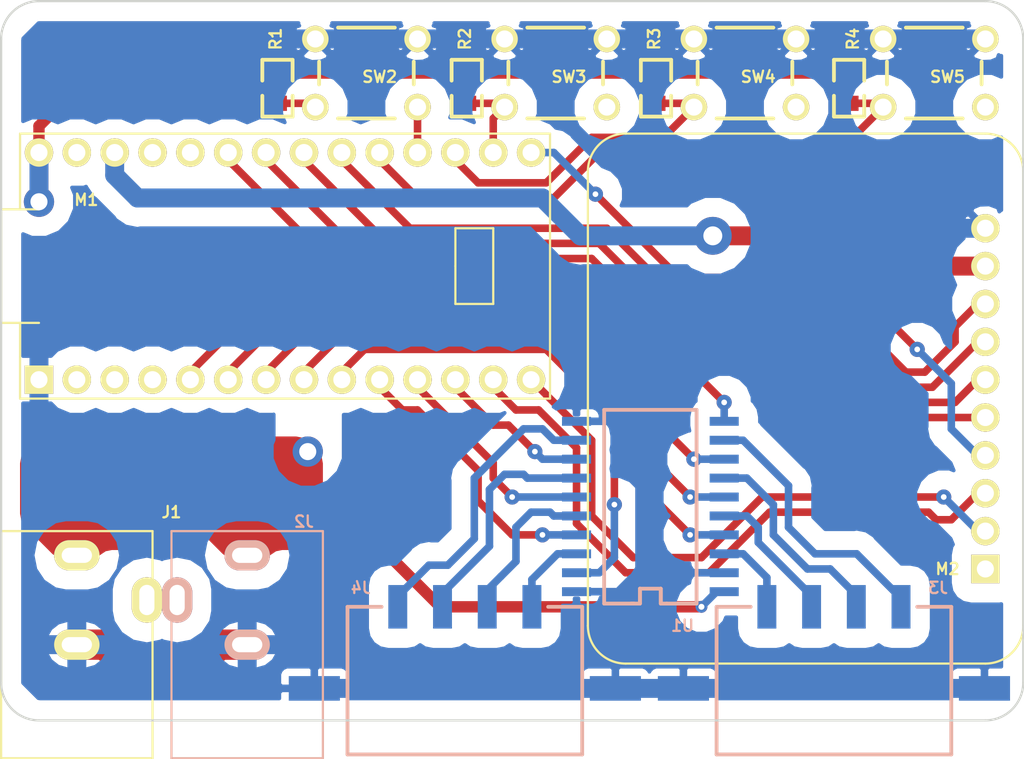
<source format=kicad_pcb>
(kicad_pcb (version 20171130) (host pcbnew 5.0.2-bee76a0~70~ubuntu16.04.1)

  (general
    (thickness 1.6)
    (drawings 8)
    (tracks 268)
    (zones 0)
    (modules 17)
    (nets 41)
  )

  (page A4)
  (layers
    (0 F.Cu signal)
    (31 B.Cu signal)
    (32 B.Adhes user)
    (33 F.Adhes user)
    (34 B.Paste user)
    (35 F.Paste user)
    (36 B.SilkS user)
    (37 F.SilkS user)
    (38 B.Mask user)
    (39 F.Mask user)
    (40 Dwgs.User user)
    (41 Cmts.User user)
    (42 Eco1.User user)
    (43 Eco2.User user)
    (44 Edge.Cuts user)
    (45 Margin user)
    (46 B.CrtYd user)
    (47 F.CrtYd user)
    (48 B.Fab user)
    (49 F.Fab user)
  )

  (setup
    (last_trace_width 1.27)
    (user_trace_width 0.508)
    (user_trace_width 0.762)
    (user_trace_width 1.27)
    (user_trace_width 2.032)
    (trace_clearance 0.2)
    (zone_clearance 1.27)
    (zone_45_only no)
    (trace_min 0.2)
    (segment_width 2.032)
    (edge_width 0.15)
    (via_size 0.8)
    (via_drill 0.4)
    (via_min_size 0.4)
    (via_min_drill 0.3)
    (user_via 1.016 0.381)
    (user_via 1.778 0.762)
    (user_via 2.54 1.27)
    (uvia_size 0.3)
    (uvia_drill 0.1)
    (uvias_allowed no)
    (uvia_min_size 0.2)
    (uvia_min_drill 0.1)
    (pcb_text_width 0.3)
    (pcb_text_size 1.5 1.5)
    (mod_edge_width 0.15)
    (mod_text_size 1 1)
    (mod_text_width 0.15)
    (pad_size 3.43 1.65)
    (pad_drill 0)
    (pad_to_mask_clearance 0.051)
    (solder_mask_min_width 0.25)
    (aux_axis_origin 91.44 106.68)
    (grid_origin 91.44 106.68)
    (visible_elements FFFFFF7F)
    (pcbplotparams
      (layerselection 0x010f0_ffffffff)
      (usegerberextensions false)
      (usegerberattributes false)
      (usegerberadvancedattributes false)
      (creategerberjobfile false)
      (excludeedgelayer true)
      (linewidth 0.100000)
      (plotframeref false)
      (viasonmask false)
      (mode 1)
      (useauxorigin true)
      (hpglpennumber 1)
      (hpglpenspeed 20)
      (hpglpendiameter 15.000000)
      (psnegative false)
      (psa4output false)
      (plotreference true)
      (plotvalue true)
      (plotinvisibletext false)
      (padsonsilk false)
      (subtractmaskfromsilk false)
      (outputformat 1)
      (mirror false)
      (drillshape 0)
      (scaleselection 1)
      (outputdirectory "Gerbers/"))
  )

  (net 0 "")
  (net 1 "Net-(J1-Pad3)")
  (net 2 DC_GND)
  (net 3 +5V)
  (net 4 "Net-(J2-Pad3)")
  (net 5 "Net-(M1-Pad27)")
  (net 6 "Net-(J3-Pad3)")
  (net 7 "Net-(J3-Pad2)")
  (net 8 /Up)
  (net 9 /Down)
  (net 10 /Left)
  (net 11 /Right)
  (net 12 "Net-(J3-Pad1)")
  (net 13 "Net-(M1-Pad15)")
  (net 14 "Net-(M1-Pad14)")
  (net 15 "Net-(M1-Pad13)")
  (net 16 "Net-(M1-Pad12)")
  (net 17 "Net-(J4-Pad4)")
  (net 18 "Net-(J4-Pad3)")
  (net 19 "Net-(J4-Pad2)")
  (net 20 "Net-(J4-Pad1)")
  (net 21 "Net-(J3-Pad4)")
  (net 22 "Net-(M1-Pad2)")
  (net 23 "Net-(M1-Pad3)")
  (net 24 "Net-(M1-Pad5)")
  (net 25 "Net-(M1-Pad6)")
  (net 26 "Net-(M2-Pad1)")
  (net 27 "Net-(M1-Pad21)")
  (net 28 "Net-(M1-Pad20)")
  (net 29 /SwitchPad1)
  (net 30 "Net-(M1-Pad10)")
  (net 31 "Net-(M1-Pad9)")
  (net 32 "Net-(M1-Pad8)")
  (net 33 "Net-(M1-Pad7)")
  (net 34 "Net-(M1-Pad26)")
  (net 35 "Net-(M1-Pad25)")
  (net 36 "Net-(M1-Pad24)")
  (net 37 "Net-(M1-Pad23)")
  (net 38 "Net-(M1-Pad22)")
  (net 39 "Net-(M1-Pad11)")
  (net 40 "Net-(M1-Pad4)")

  (net_class Default "This is the default net class."
    (clearance 0.2)
    (trace_width 0.25)
    (via_dia 0.8)
    (via_drill 0.4)
    (uvia_dia 0.3)
    (uvia_drill 0.1)
    (add_net +5V)
    (add_net /Down)
    (add_net /Left)
    (add_net /Right)
    (add_net /SwitchPad1)
    (add_net /Up)
    (add_net DC_GND)
    (add_net "Net-(J1-Pad3)")
    (add_net "Net-(J2-Pad3)")
    (add_net "Net-(J3-Pad1)")
    (add_net "Net-(J3-Pad2)")
    (add_net "Net-(J3-Pad3)")
    (add_net "Net-(J3-Pad4)")
    (add_net "Net-(J4-Pad1)")
    (add_net "Net-(J4-Pad2)")
    (add_net "Net-(J4-Pad3)")
    (add_net "Net-(J4-Pad4)")
    (add_net "Net-(M1-Pad10)")
    (add_net "Net-(M1-Pad11)")
    (add_net "Net-(M1-Pad12)")
    (add_net "Net-(M1-Pad13)")
    (add_net "Net-(M1-Pad14)")
    (add_net "Net-(M1-Pad15)")
    (add_net "Net-(M1-Pad2)")
    (add_net "Net-(M1-Pad20)")
    (add_net "Net-(M1-Pad21)")
    (add_net "Net-(M1-Pad22)")
    (add_net "Net-(M1-Pad23)")
    (add_net "Net-(M1-Pad24)")
    (add_net "Net-(M1-Pad25)")
    (add_net "Net-(M1-Pad26)")
    (add_net "Net-(M1-Pad27)")
    (add_net "Net-(M1-Pad3)")
    (add_net "Net-(M1-Pad4)")
    (add_net "Net-(M1-Pad5)")
    (add_net "Net-(M1-Pad6)")
    (add_net "Net-(M1-Pad7)")
    (add_net "Net-(M1-Pad8)")
    (add_net "Net-(M1-Pad9)")
    (add_net "Net-(M2-Pad1)")
  )

  (module MyLib_Other-Modules:PJRC_Teensy_3.2 (layer F.Cu) (tedit 5D4392B3) (tstamp 5D4228FD)
    (at 93.98 132.08)
    (descr "PJRC Teensy 3.2 PCB module.")
    (path /5D702148)
    (fp_text reference M1 (at 3.175 -12.065) (layer F.SilkS)
      (effects (font (size 0.762 0.762) (thickness 0.1524)))
    )
    (fp_text value PCB-Module_PJRC_Teensy_3.2 (at 0 -5.08 180) (layer F.SilkS) hide
      (effects (font (size 0.762 0.762) (thickness 0.1524)))
    )
    (fp_line (start -2.54 -3.81) (end 0 -3.81) (layer F.SilkS) (width 0.15))
    (fp_line (start -2.54 -11.43) (end -2.54 -3.81) (layer F.SilkS) (width 0.15))
    (fp_line (start 0 -11.43) (end -2.54 -11.43) (layer F.SilkS) (width 0.15))
    (fp_line (start -1.27 -16.51) (end -1.27 -11.43) (layer F.SilkS) (width 0.15))
    (fp_line (start 34.29 -16.51) (end -1.27 -16.51) (layer F.SilkS) (width 0.15))
    (fp_line (start 34.29 1.27) (end 34.29 -16.51) (layer F.SilkS) (width 0.15))
    (fp_line (start -1.27 1.27) (end 34.29 1.27) (layer F.SilkS) (width 0.15))
    (fp_line (start -1.27 -3.81) (end -1.27 1.27) (layer F.SilkS) (width 0.15))
    (fp_line (start 27.94 -5.08) (end 27.94 -7.62) (layer F.SilkS) (width 0.15))
    (fp_line (start 30.48 -5.08) (end 27.94 -5.08) (layer F.SilkS) (width 0.15))
    (fp_line (start 30.48 -10.16) (end 30.48 -5.08) (layer F.SilkS) (width 0.15))
    (fp_line (start 27.94 -10.16) (end 30.48 -10.16) (layer F.SilkS) (width 0.15))
    (fp_line (start 27.94 -7.62) (end 27.94 -10.16) (layer F.SilkS) (width 0.15))
    (pad 28 thru_hole circle (at 0 -15.24 180) (size 1.905 1.905) (drill 1.143) (layers *.Cu *.Mask F.SilkS)
      (net 3 +5V))
    (pad 27 thru_hole circle (at 2.54 -15.24 180) (size 1.905 1.905) (drill 1.143) (layers *.Cu *.Mask F.SilkS)
      (net 5 "Net-(M1-Pad27)"))
    (pad 17 thru_hole circle (at 27.94 -15.24 180) (size 1.905 1.905) (drill 1.143) (layers *.Cu *.Mask F.SilkS)
      (net 10 /Left))
    (pad 26 thru_hole circle (at 5.08 -15.24 180) (size 1.905 1.905) (drill 1.143) (layers *.Cu *.Mask F.SilkS)
      (net 34 "Net-(M1-Pad26)"))
    (pad 25 thru_hole circle (at 7.62 -15.24 180) (size 1.905 1.905) (drill 1.143) (layers *.Cu *.Mask F.SilkS)
      (net 35 "Net-(M1-Pad25)"))
    (pad 24 thru_hole circle (at 10.16 -15.24 180) (size 1.905 1.905) (drill 1.143) (layers *.Cu *.Mask F.SilkS)
      (net 36 "Net-(M1-Pad24)"))
    (pad 23 thru_hole circle (at 12.7 -15.24 180) (size 1.905 1.905) (drill 1.143) (layers *.Cu *.Mask F.SilkS)
      (net 37 "Net-(M1-Pad23)"))
    (pad 22 thru_hole circle (at 15.24 -15.24 180) (size 1.905 1.905) (drill 1.143) (layers *.Cu *.Mask F.SilkS)
      (net 38 "Net-(M1-Pad22)"))
    (pad 21 thru_hole circle (at 17.78 -15.24 180) (size 1.905 1.905) (drill 1.143) (layers *.Cu *.Mask F.SilkS)
      (net 27 "Net-(M1-Pad21)"))
    (pad 20 thru_hole circle (at 20.32 -15.24 180) (size 1.905 1.905) (drill 1.143) (layers *.Cu *.Mask F.SilkS)
      (net 28 "Net-(M1-Pad20)"))
    (pad 19 thru_hole circle (at 22.86 -15.24 180) (size 1.905 1.905) (drill 1.143) (layers *.Cu *.Mask F.SilkS)
      (net 11 /Right))
    (pad 18 thru_hole circle (at 25.4 -15.24 180) (size 1.905 1.905) (drill 1.143) (layers *.Cu *.Mask F.SilkS)
      (net 8 /Up))
    (pad 16 thru_hole circle (at 30.48 -15.24 180) (size 1.905 1.905) (drill 1.143) (layers *.Cu *.Mask F.SilkS)
      (net 9 /Down))
    (pad 15 thru_hole circle (at 33.02 -15.24 180) (size 1.905 1.905) (drill 1.143) (layers *.Cu *.Mask F.SilkS)
      (net 13 "Net-(M1-Pad15)"))
    (pad 14 thru_hole circle (at 33.02 0 180) (size 1.905 1.905) (drill 1.143) (layers *.Cu *.Mask F.SilkS)
      (net 14 "Net-(M1-Pad14)"))
    (pad 13 thru_hole circle (at 30.48 0 180) (size 1.905 1.905) (drill 1.143) (layers *.Cu *.Mask F.SilkS)
      (net 15 "Net-(M1-Pad13)"))
    (pad 12 thru_hole circle (at 27.94 0 180) (size 1.905 1.905) (drill 1.143) (layers *.Cu *.Mask F.SilkS)
      (net 16 "Net-(M1-Pad12)"))
    (pad 11 thru_hole circle (at 25.4 0 180) (size 1.905 1.905) (drill 1.143) (layers *.Cu *.Mask F.SilkS)
      (net 39 "Net-(M1-Pad11)"))
    (pad 10 thru_hole circle (at 22.86 0 180) (size 1.905 1.905) (drill 1.143) (layers *.Cu *.Mask F.SilkS)
      (net 30 "Net-(M1-Pad10)"))
    (pad 9 thru_hole circle (at 20.32 0 180) (size 1.905 1.905) (drill 1.143) (layers *.Cu *.Mask F.SilkS)
      (net 31 "Net-(M1-Pad9)"))
    (pad 8 thru_hole circle (at 17.78 0 180) (size 1.905 1.905) (drill 1.143) (layers *.Cu *.Mask F.SilkS)
      (net 32 "Net-(M1-Pad8)"))
    (pad 7 thru_hole circle (at 15.24 0 180) (size 1.905 1.905) (drill 1.143) (layers *.Cu *.Mask F.SilkS)
      (net 33 "Net-(M1-Pad7)"))
    (pad 1 thru_hole rect (at 0 0 180) (size 1.905 1.905) (drill 1.143) (layers *.Cu *.Mask F.SilkS)
      (net 2 DC_GND))
    (pad 2 thru_hole circle (at 2.54 0 180) (size 1.905 1.905) (drill 1.143) (layers *.Cu *.Mask F.SilkS)
      (net 22 "Net-(M1-Pad2)"))
    (pad 3 thru_hole circle (at 5.08 0 180) (size 1.905 1.905) (drill 1.143) (layers *.Cu *.Mask F.SilkS)
      (net 23 "Net-(M1-Pad3)"))
    (pad 4 thru_hole circle (at 7.62 0 180) (size 1.905 1.905) (drill 1.143) (layers *.Cu *.Mask F.SilkS)
      (net 40 "Net-(M1-Pad4)"))
    (pad 5 thru_hole circle (at 10.16 0 180) (size 1.905 1.905) (drill 1.143) (layers *.Cu *.Mask F.SilkS)
      (net 24 "Net-(M1-Pad5)"))
    (pad 6 thru_hole circle (at 12.7 0 180) (size 1.905 1.905) (drill 1.143) (layers *.Cu *.Mask F.SilkS)
      (net 25 "Net-(M1-Pad6)"))
  )

  (module MyLib_Connectors-Various-Other:CUI_PJ-102-AH (layer F.Cu) (tedit 5D4392AB) (tstamp 5D4228C5)
    (at 96.52 149.86)
    (descr "CUI 2mm x 6.5mm Barrel Jack")
    (path /5D3FB3CE)
    (fp_text reference J1 (at 6.35 -8.89) (layer F.SilkS)
      (effects (font (size 0.762 0.762) (thickness 0.1524)))
    )
    (fp_text value Barrel_Jack_CUI_PJ-102-AH (at 0 -4.572) (layer F.SilkS) hide
      (effects (font (size 0.762 0.762) (thickness 0.1524)))
    )
    (fp_line (start 5.08 7.62) (end 5.08 -7.62) (layer F.SilkS) (width 0.15))
    (fp_line (start -5.08 7.62) (end 5.08 7.62) (layer F.SilkS) (width 0.15))
    (fp_line (start -5.08 -7.62) (end -5.08 7.62) (layer F.SilkS) (width 0.15))
    (fp_line (start 5.08 -7.62) (end -5.08 -7.62) (layer F.SilkS) (width 0.15))
    (pad 3 thru_hole oval (at 4.699 -2.9972 90) (size 3.048 2.032) (drill oval 2.032 1.016) (layers *.Cu *.Mask F.SilkS)
      (net 1 "Net-(J1-Pad3)"))
    (pad 1 thru_hole oval (at 0 -5.9944) (size 3.048 2.032) (drill oval 2.032 1.016) (layers *.Cu *.Mask F.SilkS)
      (net 29 /SwitchPad1))
    (pad 2 thru_hole oval (at 0 0) (size 3.048 2.032) (drill oval 2.032 1.016) (layers *.Cu *.Mask F.SilkS)
      (net 2 DC_GND))
  )

  (module MyLib_Connectors-Various-Other:CUI_PJ-102-AH (layer B.Cu) (tedit 5D4392A5) (tstamp 5D4228D0)
    (at 107.95 149.86 180)
    (descr "CUI 2mm x 6.5mm Barrel Jack")
    (path /5D3FB56E)
    (fp_text reference J2 (at -3.81 8.255 180) (layer B.SilkS)
      (effects (font (size 0.762 0.762) (thickness 0.1524)) (justify mirror))
    )
    (fp_text value Barrel_Jack_CUI_PJ-102-AH (at 0 4.572 180) (layer B.SilkS) hide
      (effects (font (size 0.762 0.762) (thickness 0.1524)) (justify mirror))
    )
    (fp_line (start 5.08 7.62) (end -5.08 7.62) (layer B.SilkS) (width 0.15))
    (fp_line (start -5.08 7.62) (end -5.08 -7.62) (layer B.SilkS) (width 0.15))
    (fp_line (start -5.08 -7.62) (end 5.08 -7.62) (layer B.SilkS) (width 0.15))
    (fp_line (start 5.08 -7.62) (end 5.08 7.62) (layer B.SilkS) (width 0.15))
    (pad 2 thru_hole oval (at 0 0 180) (size 3.048 2.032) (drill oval 2.032 1.016) (layers *.Cu *.Mask B.SilkS)
      (net 2 DC_GND))
    (pad 1 thru_hole oval (at 0 5.9944 180) (size 3.048 2.032) (drill oval 2.032 1.016) (layers *.Cu *.Mask B.SilkS)
      (net 3 +5V))
    (pad 3 thru_hole oval (at 4.699 2.9972 90) (size 3.048 2.032) (drill oval 2.032 1.016) (layers *.Cu *.Mask B.SilkS)
      (net 4 "Net-(J2-Pad3)"))
  )

  (module MyLib_Resistors-SMT-Singles:0805 (layer F.Cu) (tedit 5D4392C4) (tstamp 5D42291F)
    (at 109.982 112.522 270)
    (descr "SMT 0805 resistor.")
    (path /5D3FB245)
    (solder_mask_margin 0.127)
    (attr smd)
    (fp_text reference R1 (at -3.302 0.127 270) (layer F.SilkS)
      (effects (font (size 0.762 0.762) (thickness 0.1524)))
    )
    (fp_text value 00001000000_1k_MC0805WAF1001T5E-TC (at 0 -2.032 270) (layer F.SilkS) hide
      (effects (font (size 0.762 0.762) (thickness 0.1524)))
    )
    (fp_line (start 0.508 1.016) (end 1.905 1.016) (layer F.SilkS) (width 0.254))
    (fp_line (start 1.905 1.016) (end 1.905 -1.016) (layer F.SilkS) (width 0.254))
    (fp_line (start 1.905 -1.016) (end 0.508 -1.016) (layer F.SilkS) (width 0.254))
    (fp_line (start -0.508 -1.016) (end -1.905 -1.016) (layer F.SilkS) (width 0.254))
    (fp_line (start -1.905 -1.016) (end -1.905 1.016) (layer F.SilkS) (width 0.254))
    (fp_line (start -1.905 1.016) (end -0.508 1.016) (layer F.SilkS) (width 0.254))
    (pad 1 smd rect (at -1.016 0 270) (size 1.016 1.27) (layers F.Cu F.Paste F.Mask)
      (net 3 +5V))
    (pad 2 smd rect (at 1.016 0 270) (size 1.016 1.27) (layers F.Cu F.Paste F.Mask)
      (net 8 /Up))
    (model Resistors/SMT/Singles.3dshapes/0805.wrl
      (at (xyz 0 0 0))
      (scale (xyz 1 1 1))
      (rotate (xyz 0 0 0))
    )
  )

  (module MyLib_Resistors-SMT-Singles:0805 (layer F.Cu) (tedit 5D4392C2) (tstamp 5D42292B)
    (at 122.682 112.522 270)
    (descr "SMT 0805 resistor.")
    (path /5D3FB2CB)
    (solder_mask_margin 0.127)
    (attr smd)
    (fp_text reference R2 (at -3.302 0.127 270) (layer F.SilkS)
      (effects (font (size 0.762 0.762) (thickness 0.1524)))
    )
    (fp_text value 00001000000_1k_MC0805WAF1001T5E-TC (at 0 -2.032 270) (layer F.SilkS) hide
      (effects (font (size 0.762 0.762) (thickness 0.1524)))
    )
    (fp_line (start -1.905 1.016) (end -0.508 1.016) (layer F.SilkS) (width 0.254))
    (fp_line (start -1.905 -1.016) (end -1.905 1.016) (layer F.SilkS) (width 0.254))
    (fp_line (start -0.508 -1.016) (end -1.905 -1.016) (layer F.SilkS) (width 0.254))
    (fp_line (start 1.905 -1.016) (end 0.508 -1.016) (layer F.SilkS) (width 0.254))
    (fp_line (start 1.905 1.016) (end 1.905 -1.016) (layer F.SilkS) (width 0.254))
    (fp_line (start 0.508 1.016) (end 1.905 1.016) (layer F.SilkS) (width 0.254))
    (pad 2 smd rect (at 1.016 0 270) (size 1.016 1.27) (layers F.Cu F.Paste F.Mask)
      (net 9 /Down))
    (pad 1 smd rect (at -1.016 0 270) (size 1.016 1.27) (layers F.Cu F.Paste F.Mask)
      (net 3 +5V))
    (model Resistors/SMT/Singles.3dshapes/0805.wrl
      (at (xyz 0 0 0))
      (scale (xyz 1 1 1))
      (rotate (xyz 0 0 0))
    )
  )

  (module MyLib_Resistors-SMT-Singles:0805 (layer F.Cu) (tedit 5D4392CD) (tstamp 5D422937)
    (at 135.382 112.522 270)
    (descr "SMT 0805 resistor.")
    (path /5D3FB303)
    (solder_mask_margin 0.127)
    (attr smd)
    (fp_text reference R3 (at -3.302 0.127 270) (layer F.SilkS)
      (effects (font (size 0.762 0.762) (thickness 0.1524)))
    )
    (fp_text value 00001000000_1k_MC0805WAF1001T5E-TC (at 0 -2.032 270) (layer F.SilkS) hide
      (effects (font (size 0.762 0.762) (thickness 0.1524)))
    )
    (fp_line (start 0.508 1.016) (end 1.905 1.016) (layer F.SilkS) (width 0.254))
    (fp_line (start 1.905 1.016) (end 1.905 -1.016) (layer F.SilkS) (width 0.254))
    (fp_line (start 1.905 -1.016) (end 0.508 -1.016) (layer F.SilkS) (width 0.254))
    (fp_line (start -0.508 -1.016) (end -1.905 -1.016) (layer F.SilkS) (width 0.254))
    (fp_line (start -1.905 -1.016) (end -1.905 1.016) (layer F.SilkS) (width 0.254))
    (fp_line (start -1.905 1.016) (end -0.508 1.016) (layer F.SilkS) (width 0.254))
    (pad 1 smd rect (at -1.016 0 270) (size 1.016 1.27) (layers F.Cu F.Paste F.Mask)
      (net 3 +5V))
    (pad 2 smd rect (at 1.016 0 270) (size 1.016 1.27) (layers F.Cu F.Paste F.Mask)
      (net 10 /Left))
    (model Resistors/SMT/Singles.3dshapes/0805.wrl
      (at (xyz 0 0 0))
      (scale (xyz 1 1 1))
      (rotate (xyz 0 0 0))
    )
  )

  (module MyLib_Resistors-SMT-Singles:0805 (layer F.Cu) (tedit 5D4392D8) (tstamp 5D422943)
    (at 148.336 112.522 270)
    (descr "SMT 0805 resistor.")
    (path /5D3FB33B)
    (solder_mask_margin 0.127)
    (attr smd)
    (fp_text reference R4 (at -3.302 -0.254 270) (layer F.SilkS)
      (effects (font (size 0.762 0.762) (thickness 0.1524)))
    )
    (fp_text value 00001000000_1k_MC0805WAF1001T5E-TC (at 0 -2.032 270) (layer F.SilkS) hide
      (effects (font (size 0.762 0.762) (thickness 0.1524)))
    )
    (fp_line (start -1.905 1.016) (end -0.508 1.016) (layer F.SilkS) (width 0.254))
    (fp_line (start -1.905 -1.016) (end -1.905 1.016) (layer F.SilkS) (width 0.254))
    (fp_line (start -0.508 -1.016) (end -1.905 -1.016) (layer F.SilkS) (width 0.254))
    (fp_line (start 1.905 -1.016) (end 0.508 -1.016) (layer F.SilkS) (width 0.254))
    (fp_line (start 1.905 1.016) (end 1.905 -1.016) (layer F.SilkS) (width 0.254))
    (fp_line (start 0.508 1.016) (end 1.905 1.016) (layer F.SilkS) (width 0.254))
    (pad 2 smd rect (at 1.016 0 270) (size 1.016 1.27) (layers F.Cu F.Paste F.Mask)
      (net 11 /Right))
    (pad 1 smd rect (at -1.016 0 270) (size 1.016 1.27) (layers F.Cu F.Paste F.Mask)
      (net 3 +5V))
    (model Resistors/SMT/Singles.3dshapes/0805.wrl
      (at (xyz 0 0 0))
      (scale (xyz 1 1 1))
      (rotate (xyz 0 0 0))
    )
  )

  (module MyLib_Switches-Buttons:Omron_B3F-100x (layer F.Cu) (tedit 5D4392BA) (tstamp 5D422964)
    (at 119.38 109.22 180)
    (descr "Omron B3F-100x pushbutton.")
    (path /5D3FB051)
    (fp_text reference SW2 (at 2.54 -2.54 180) (layer F.SilkS)
      (effects (font (size 0.762 0.762) (thickness 0.1524)))
    )
    (fp_text value Omron_B3F-1000 (at 0 -6.604 180) (layer F.SilkS) hide
      (effects (font (size 0.762 0.762) (thickness 0.1524)))
    )
    (fp_line (start 5.334 -5.334) (end 1.524 -5.334) (layer F.SilkS) (width 0.254))
    (fp_line (start 5.334 0.762) (end 1.524 0.762) (layer F.SilkS) (width 0.254))
    (fp_line (start 0.254 -1.524) (end 0.254 -3.048) (layer F.SilkS) (width 0.254))
    (fp_line (start 6.604 -3.048) (end 6.604 -1.524) (layer F.SilkS) (width 0.254))
    (pad 1 thru_hole circle (at 0 0 180) (size 1.778 1.778) (drill 1.143) (layers *.Cu *.Mask F.SilkS)
      (net 2 DC_GND))
    (pad 2 thru_hole circle (at 6.858 0 180) (size 1.778 1.778) (drill 1.143) (layers *.Cu *.Mask F.SilkS)
      (net 2 DC_GND))
    (pad 3 thru_hole circle (at 0 -4.572 180) (size 1.778 1.778) (drill 1.143) (layers *.Cu *.Mask F.SilkS)
      (net 8 /Up))
    (pad 4 thru_hole circle (at 6.858 -4.572 180) (size 1.778 1.778) (drill 1.143) (layers *.Cu *.Mask F.SilkS)
      (net 8 /Up))
    (model Switches/Buttons.3dshapes/Omron_B3F-100x.wrl
      (offset (xyz 3.428999948501587 2.285999965667724 -3.428999948501587))
      (scale (xyz 1 1 1))
      (rotate (xyz 0 0 0))
    )
  )

  (module MyLib_Switches-Buttons:Omron_B3F-100x (layer F.Cu) (tedit 5D4392C9) (tstamp 5D422970)
    (at 132.08 109.22 180)
    (descr "Omron B3F-100x pushbutton.")
    (path /5D3FB0C9)
    (fp_text reference SW3 (at 2.54 -2.54 180) (layer F.SilkS)
      (effects (font (size 0.762 0.762) (thickness 0.1524)))
    )
    (fp_text value Omron_B3F-1000 (at 0 -6.604 180) (layer F.SilkS) hide
      (effects (font (size 0.762 0.762) (thickness 0.1524)))
    )
    (fp_line (start 6.604 -3.048) (end 6.604 -1.524) (layer F.SilkS) (width 0.254))
    (fp_line (start 0.254 -1.524) (end 0.254 -3.048) (layer F.SilkS) (width 0.254))
    (fp_line (start 5.334 0.762) (end 1.524 0.762) (layer F.SilkS) (width 0.254))
    (fp_line (start 5.334 -5.334) (end 1.524 -5.334) (layer F.SilkS) (width 0.254))
    (pad 4 thru_hole circle (at 6.858 -4.572 180) (size 1.778 1.778) (drill 1.143) (layers *.Cu *.Mask F.SilkS)
      (net 9 /Down))
    (pad 3 thru_hole circle (at 0 -4.572 180) (size 1.778 1.778) (drill 1.143) (layers *.Cu *.Mask F.SilkS)
      (net 9 /Down))
    (pad 2 thru_hole circle (at 6.858 0 180) (size 1.778 1.778) (drill 1.143) (layers *.Cu *.Mask F.SilkS)
      (net 2 DC_GND))
    (pad 1 thru_hole circle (at 0 0 180) (size 1.778 1.778) (drill 1.143) (layers *.Cu *.Mask F.SilkS)
      (net 2 DC_GND))
    (model Switches/Buttons.3dshapes/Omron_B3F-100x.wrl
      (offset (xyz 3.428999948501587 2.285999965667724 -3.428999948501587))
      (scale (xyz 1 1 1))
      (rotate (xyz 0 0 0))
    )
  )

  (module MyLib_Switches-Buttons:Omron_B3F-100x (layer F.Cu) (tedit 5D4392D3) (tstamp 5D42297C)
    (at 144.78 109.22 180)
    (descr "Omron B3F-100x pushbutton.")
    (path /5D3FB124)
    (fp_text reference SW4 (at 2.54 -2.54 180) (layer F.SilkS)
      (effects (font (size 0.762 0.762) (thickness 0.1524)))
    )
    (fp_text value Omron_B3F-1000 (at 0 -6.604 180) (layer F.SilkS) hide
      (effects (font (size 0.762 0.762) (thickness 0.1524)))
    )
    (fp_line (start 5.334 -5.334) (end 1.524 -5.334) (layer F.SilkS) (width 0.254))
    (fp_line (start 5.334 0.762) (end 1.524 0.762) (layer F.SilkS) (width 0.254))
    (fp_line (start 0.254 -1.524) (end 0.254 -3.048) (layer F.SilkS) (width 0.254))
    (fp_line (start 6.604 -3.048) (end 6.604 -1.524) (layer F.SilkS) (width 0.254))
    (pad 1 thru_hole circle (at 0 0 180) (size 1.778 1.778) (drill 1.143) (layers *.Cu *.Mask F.SilkS)
      (net 2 DC_GND))
    (pad 2 thru_hole circle (at 6.858 0 180) (size 1.778 1.778) (drill 1.143) (layers *.Cu *.Mask F.SilkS)
      (net 2 DC_GND))
    (pad 3 thru_hole circle (at 0 -4.572 180) (size 1.778 1.778) (drill 1.143) (layers *.Cu *.Mask F.SilkS)
      (net 10 /Left))
    (pad 4 thru_hole circle (at 6.858 -4.572 180) (size 1.778 1.778) (drill 1.143) (layers *.Cu *.Mask F.SilkS)
      (net 10 /Left))
    (model Switches/Buttons.3dshapes/Omron_B3F-100x.wrl
      (offset (xyz 3.428999948501587 2.285999965667724 -3.428999948501587))
      (scale (xyz 1 1 1))
      (rotate (xyz 0 0 0))
    )
  )

  (module MyLib_Switches-Buttons:Omron_B3F-100x (layer F.Cu) (tedit 5D4392DC) (tstamp 5D422988)
    (at 157.48 109.22 180)
    (descr "Omron B3F-100x pushbutton.")
    (path /5D3FB192)
    (fp_text reference SW5 (at 2.54 -2.54 180) (layer F.SilkS)
      (effects (font (size 0.762 0.762) (thickness 0.1524)))
    )
    (fp_text value Omron_B3F-1000 (at 0 -6.604 180) (layer F.SilkS) hide
      (effects (font (size 0.762 0.762) (thickness 0.1524)))
    )
    (fp_line (start 6.604 -3.048) (end 6.604 -1.524) (layer F.SilkS) (width 0.254))
    (fp_line (start 0.254 -1.524) (end 0.254 -3.048) (layer F.SilkS) (width 0.254))
    (fp_line (start 5.334 0.762) (end 1.524 0.762) (layer F.SilkS) (width 0.254))
    (fp_line (start 5.334 -5.334) (end 1.524 -5.334) (layer F.SilkS) (width 0.254))
    (pad 4 thru_hole circle (at 6.858 -4.572 180) (size 1.778 1.778) (drill 1.143) (layers *.Cu *.Mask F.SilkS)
      (net 11 /Right))
    (pad 3 thru_hole circle (at 0 -4.572 180) (size 1.778 1.778) (drill 1.143) (layers *.Cu *.Mask F.SilkS)
      (net 11 /Right))
    (pad 2 thru_hole circle (at 6.858 0 180) (size 1.778 1.778) (drill 1.143) (layers *.Cu *.Mask F.SilkS)
      (net 2 DC_GND))
    (pad 1 thru_hole circle (at 0 0 180) (size 1.778 1.778) (drill 1.143) (layers *.Cu *.Mask F.SilkS)
      (net 2 DC_GND))
    (model Switches/Buttons.3dshapes/Omron_B3F-100x.wrl
      (offset (xyz 3.428999948501587 2.285999965667724 -3.428999948501587))
      (scale (xyz 1 1 1))
      (rotate (xyz 0 0 0))
    )
  )

  (module MyLib_Connectors-Molex-MicroFitJr:43650-0412 (layer B.Cu) (tedit 5D43974A) (tstamp 5D426E2D)
    (at 147.32 147.32)
    (descr "Molex MicroFit Jr 1x4 right angle connector.")
    (path /5D3FAFD8)
    (fp_text reference J3 (at 6.985 -1.27) (layer B.SilkS)
      (effects (font (size 0.762 0.762) (thickness 0.1524)) (justify mirror))
    )
    (fp_text value 0004_4-Position-RA_43650-0412 (at 9.906 2.286) (layer B.SilkS) hide
      (effects (font (size 0.762 0.762) (thickness 0.1524)) (justify mirror))
    )
    (fp_line (start 7.874 0) (end 5.588 0) (layer B.SilkS) (width 0.254))
    (fp_line (start 7.874 9.906) (end 7.874 0) (layer B.SilkS) (width 0.254))
    (fp_line (start -7.874 9.906) (end 7.874 9.906) (layer B.SilkS) (width 0.254))
    (fp_line (start -7.874 0) (end -7.874 9.906) (layer B.SilkS) (width 0.254))
    (fp_line (start -5.588 0) (end -7.874 0) (layer B.SilkS) (width 0.254))
    (pad 6 smd rect (at 10.1 5.4737) (size 3.43 1.65) (layers B.Cu B.Paste B.Mask)
      (net 2 DC_GND))
    (pad 5 smd rect (at -10.1 5.4737) (size 3.43 1.65) (layers B.Cu B.Paste B.Mask)
      (net 2 DC_GND))
    (pad 4 smd rect (at 4.5 0) (size 1.27 2.921) (layers B.Cu B.Paste B.Mask)
      (net 21 "Net-(J3-Pad4)"))
    (pad 3 smd rect (at 1.5 0) (size 1.27 2.921) (layers B.Cu B.Paste B.Mask)
      (net 6 "Net-(J3-Pad3)"))
    (pad 2 smd rect (at -1.5 0) (size 1.27 2.921) (layers B.Cu B.Paste B.Mask)
      (net 7 "Net-(J3-Pad2)"))
    (pad 1 smd rect (at -4.5 0) (size 1.27 2.921) (layers B.Cu B.Paste B.Mask)
      (net 12 "Net-(J3-Pad1)"))
    (model Connectors/Molex/MicroFitJr.3dshapes/43650-0412.wrl
      (offset (xyz 0 4.825999927520752 0))
      (scale (xyz 1 1 1))
      (rotate (xyz 0 0 180))
    )
  )

  (module MyLib_Connectors-Molex-MicroFitJr:43650-0412 (layer B.Cu) (tedit 5D439750) (tstamp 5D426E3C)
    (at 122.555 147.32)
    (descr "Molex MicroFit Jr 1x4 right angle connector.")
    (path /5D3FAF7E)
    (fp_text reference J4 (at -6.985 -1.27) (layer B.SilkS)
      (effects (font (size 0.762 0.762) (thickness 0.1524)) (justify mirror))
    )
    (fp_text value 0004_4-Position-RA_43650-0412 (at 9.906 2.286) (layer B.SilkS) hide
      (effects (font (size 0.762 0.762) (thickness 0.1524)) (justify mirror))
    )
    (fp_line (start -5.588 0) (end -7.874 0) (layer B.SilkS) (width 0.254))
    (fp_line (start -7.874 0) (end -7.874 9.906) (layer B.SilkS) (width 0.254))
    (fp_line (start -7.874 9.906) (end 7.874 9.906) (layer B.SilkS) (width 0.254))
    (fp_line (start 7.874 9.906) (end 7.874 0) (layer B.SilkS) (width 0.254))
    (fp_line (start 7.874 0) (end 5.588 0) (layer B.SilkS) (width 0.254))
    (pad 1 smd rect (at -4.5 0) (size 1.27 2.921) (layers B.Cu B.Paste B.Mask)
      (net 20 "Net-(J4-Pad1)"))
    (pad 2 smd rect (at -1.5 0) (size 1.27 2.921) (layers B.Cu B.Paste B.Mask)
      (net 19 "Net-(J4-Pad2)"))
    (pad 3 smd rect (at 1.5 0) (size 1.27 2.921) (layers B.Cu B.Paste B.Mask)
      (net 18 "Net-(J4-Pad3)"))
    (pad 4 smd rect (at 4.5 0) (size 1.27 2.921) (layers B.Cu B.Paste B.Mask)
      (net 17 "Net-(J4-Pad4)"))
    (pad 5 smd rect (at -10.1 5.4737) (size 3.43 1.65) (layers B.Cu B.Paste B.Mask)
      (net 2 DC_GND))
    (pad 6 smd rect (at 10.1 5.4737) (size 3.43 1.65) (layers B.Cu B.Paste B.Mask)
      (net 2 DC_GND))
    (model Connectors/Molex/MicroFitJr.3dshapes/43650-0412.wrl
      (offset (xyz 0 4.825999927520752 0))
      (scale (xyz 1 1 1))
      (rotate (xyz 0 0 180))
    )
  )

  (module MyLib_ICs-SMT:SOIC-20-Wide (layer B.Cu) (tedit 5D439299) (tstamp 5D456651)
    (at 130.048 146.304 90)
    (descr "20 pin SOIC wide IC package.")
    (path /5D43B250)
    (solder_mask_margin 0.1778)
    (attr smd)
    (fp_text reference U1 (at -2.286 7.112 180) (layer B.SilkS)
      (effects (font (size 0.762 0.762) (thickness 0.1524)) (justify mirror))
    )
    (fp_text value Fairchild_74AC244SC (at 0 11.684 90) (layer B.SilkS) hide
      (effects (font (size 0.762 0.762) (thickness 0.1524)) (justify mirror))
    )
    (fp_line (start -0.8001 6.05282) (end -0.8001 5.65404) (layer B.SilkS) (width 0.254))
    (fp_line (start -0.8001 5.65404) (end 0.20066 5.65404) (layer B.SilkS) (width 0.254))
    (fp_line (start 0.20066 5.65404) (end 0.20066 4.2545) (layer B.SilkS) (width 0.254))
    (fp_line (start 0.20066 4.2545) (end -0.8001 4.2545) (layer B.SilkS) (width 0.254))
    (fp_line (start -0.8001 4.2545) (end -0.8001 3.65506) (layer B.SilkS) (width 0.254))
    (fp_line (start -0.8001 8.05434) (end -0.8001 6.05282) (layer B.SilkS) (width 0.254))
    (fp_line (start -0.8001 5.65404) (end 0.20066 5.65404) (layer B.SilkS) (width 0.254))
    (fp_line (start 0.20066 4.2545) (end -0.8001 4.2545) (layer B.SilkS) (width 0.254))
    (fp_line (start -0.8001 3.85318) (end -0.8001 1.8542) (layer B.SilkS) (width 0.254))
    (fp_line (start -0.8001 1.8542) (end 12.19962 1.8542) (layer B.SilkS) (width 0.254))
    (fp_line (start 12.19962 1.8542) (end 12.19962 8.05434) (layer B.SilkS) (width 0.254))
    (fp_line (start 12.19962 8.05434) (end -0.8001 8.05434) (layer B.SilkS) (width 0.254))
    (pad 1 smd rect (at 0 0 90) (size 0.59944 1.95072) (layers B.Cu B.Paste B.Mask)
      (net 2 DC_GND))
    (pad 2 smd rect (at 1.27 0 90) (size 0.59944 1.95072) (layers B.Cu B.Paste B.Mask)
      (net 31 "Net-(M1-Pad9)"))
    (pad 3 smd rect (at 2.54 0 90) (size 0.59944 1.95072) (layers B.Cu B.Paste B.Mask)
      (net 17 "Net-(J4-Pad4)"))
    (pad 4 smd rect (at 3.81 0 90) (size 0.59944 1.95072) (layers B.Cu B.Paste B.Mask)
      (net 30 "Net-(M1-Pad10)"))
    (pad 5 smd rect (at 5.08 0 90) (size 0.59944 1.95072) (layers B.Cu B.Paste B.Mask)
      (net 18 "Net-(J4-Pad3)"))
    (pad 6 smd rect (at 6.35 0 90) (size 0.59944 1.95072) (layers B.Cu B.Paste B.Mask)
      (net 39 "Net-(M1-Pad11)"))
    (pad 7 smd rect (at 7.62 0 90) (size 0.59944 1.95072) (layers B.Cu B.Paste B.Mask)
      (net 19 "Net-(J4-Pad2)"))
    (pad 8 smd rect (at 8.89 0 90) (size 0.59944 1.95072) (layers B.Cu B.Paste B.Mask)
      (net 16 "Net-(M1-Pad12)"))
    (pad 9 smd rect (at 10.16 0 90) (size 0.59944 1.95072) (layers B.Cu B.Paste B.Mask)
      (net 20 "Net-(J4-Pad1)"))
    (pad 10 smd rect (at 11.43 0 90) (size 0.59944 1.95072) (layers B.Cu B.Paste B.Mask)
      (net 2 DC_GND))
    (pad 11 smd rect (at 11.43 9.90854 90) (size 0.59944 1.95072) (layers B.Cu B.Paste B.Mask)
      (net 24 "Net-(M1-Pad5)"))
    (pad 12 smd rect (at 10.16 9.90854 90) (size 0.59944 1.95072) (layers B.Cu B.Paste B.Mask)
      (net 21 "Net-(J3-Pad4)"))
    (pad 13 smd rect (at 8.89 9.90854 90) (size 0.59944 1.95072) (layers B.Cu B.Paste B.Mask)
      (net 25 "Net-(M1-Pad6)"))
    (pad 14 smd rect (at 7.62 9.90854 90) (size 0.59944 1.95072) (layers B.Cu B.Paste B.Mask)
      (net 6 "Net-(J3-Pad3)"))
    (pad 15 smd rect (at 6.35 9.90854 90) (size 0.59944 1.95072) (layers B.Cu B.Paste B.Mask)
      (net 33 "Net-(M1-Pad7)"))
    (pad 16 smd rect (at 5.08 9.90854 90) (size 0.59944 1.95072) (layers B.Cu B.Paste B.Mask)
      (net 7 "Net-(J3-Pad2)"))
    (pad 17 smd rect (at 3.81 9.90854 90) (size 0.59944 1.95072) (layers B.Cu B.Paste B.Mask)
      (net 32 "Net-(M1-Pad8)"))
    (pad 18 smd rect (at 2.54 9.90854 90) (size 0.59944 1.95072) (layers B.Cu B.Paste B.Mask)
      (net 12 "Net-(J3-Pad1)"))
    (pad 19 smd rect (at 1.27 9.90854 90) (size 0.59944 1.95072) (layers B.Cu B.Paste B.Mask)
      (net 2 DC_GND))
    (pad 20 smd rect (at 0 9.90854 90) (size 0.59944 1.95072) (layers B.Cu B.Paste B.Mask)
      (net 3 +5V))
    (model ICs/SMT.3dshapes/SOIC-20-Wide.wrl
      (offset (xyz 5.714999914169312 4.978399925231934 0))
      (scale (xyz 1 1 1))
      (rotate (xyz 0 0 0))
    )
  )

  (module MyLib_Other-Modules:Adafruit_0.96_OLED_Display (layer F.Cu) (tedit 5D43926D) (tstamp 5D437536)
    (at 157.48 144.78 90)
    (descr "Adafruit 0.96 Mini OLED Display PCB module.")
    (path /5D7024AF)
    (fp_text reference M2 (at 0 -2.54 180) (layer F.SilkS)
      (effects (font (size 0.762 0.762) (thickness 0.1524)))
    )
    (fp_text value PCB-Module_Adafruit_096_OLED_Display (at 0 -5.08 270) (layer F.SilkS) hide
      (effects (font (size 0.762 0.762) (thickness 0.1524)))
    )
    (fp_line (start -3.81 2.54) (end 26.67 2.54) (layer F.SilkS) (width 0.15))
    (fp_line (start -6.35 0) (end -6.35 -24.13) (layer F.SilkS) (width 0.15))
    (fp_line (start 29.21 0) (end 29.21 -24.13) (layer F.SilkS) (width 0.15))
    (fp_line (start 26.67 -26.67) (end -3.81 -26.67) (layer F.SilkS) (width 0.15))
    (fp_arc (start 26.67 -24.13) (end 26.67 -26.67) (angle 90) (layer F.SilkS) (width 0.15))
    (fp_arc (start -3.81 -24.13) (end -6.35 -24.13) (angle 90) (layer F.SilkS) (width 0.15))
    (fp_arc (start -3.81 0) (end -3.81 2.54) (angle 90) (layer F.SilkS) (width 0.15))
    (fp_arc (start 26.67 0) (end 29.21 0) (angle 90) (layer F.SilkS) (width 0.15))
    (pad 10 thru_hole circle (at 22.86 0 270) (size 1.905 1.905) (drill 1.143) (layers *.Cu *.Mask F.SilkS)
      (net 2 DC_GND))
    (pad 9 thru_hole circle (at 20.32 0 270) (size 1.905 1.905) (drill 1.143) (layers *.Cu *.Mask F.SilkS)
      (net 34 "Net-(M1-Pad26)"))
    (pad 8 thru_hole circle (at 17.78 0 270) (size 1.905 1.905) (drill 1.143) (layers *.Cu *.Mask F.SilkS)
      (net 28 "Net-(M1-Pad20)"))
    (pad 7 thru_hole circle (at 15.24 0 270) (size 1.905 1.905) (drill 1.143) (layers *.Cu *.Mask F.SilkS)
      (net 27 "Net-(M1-Pad21)"))
    (pad 1 thru_hole rect (at 0 0 270) (size 1.905 1.905) (drill 1.143) (layers *.Cu *.Mask F.SilkS)
      (net 26 "Net-(M2-Pad1)"))
    (pad 2 thru_hole circle (at 2.54 0 270) (size 1.905 1.905) (drill 1.143) (layers *.Cu *.Mask F.SilkS)
      (net 14 "Net-(M1-Pad14)"))
    (pad 3 thru_hole circle (at 5.08 0 270) (size 1.905 1.905) (drill 1.143) (layers *.Cu *.Mask F.SilkS)
      (net 15 "Net-(M1-Pad13)"))
    (pad 4 thru_hole circle (at 7.62 0 270) (size 1.905 1.905) (drill 1.143) (layers *.Cu *.Mask F.SilkS)
      (net 13 "Net-(M1-Pad15)"))
    (pad 5 thru_hole circle (at 10.16 0 270) (size 1.905 1.905) (drill 1.143) (layers *.Cu *.Mask F.SilkS)
      (net 37 "Net-(M1-Pad23)"))
    (pad 6 thru_hole circle (at 12.7 0 270) (size 1.905 1.905) (drill 1.143) (layers *.Cu *.Mask F.SilkS)
      (net 38 "Net-(M1-Pad22)"))
  )

  (module MyLib_Virtual-Board-Components:Solder_Pad_ThroughHole_45mil (layer F.Cu) (tedit 5C83DCF5) (tstamp 5D4380CA)
    (at 112.014 136.906)
    (descr "SMT solderable connection pad for prototyping.")
    (path /5D44EEDF)
    (attr virtual)
    (fp_text reference J5 (at 0 -3.302) (layer F.SilkS) hide
      (effects (font (size 0.762 0.762) (thickness 0.1524)))
    )
    (fp_text value Wire_Pad_01 (at 0 -2.032) (layer F.SilkS) hide
      (effects (font (size 0.762 0.762) (thickness 0.1524)))
    )
    (pad 1 thru_hole circle (at 0 0) (size 2.032 2.032) (drill 1.143) (layers *.Cu *.Mask)
      (net 3 +5V))
  )

  (module MyLib_Virtual-Board-Components:Solder_Pad_ThroughHole_45mil (layer F.Cu) (tedit 5C83DCF5) (tstamp 5D4380CF)
    (at 93.98 120.142)
    (descr "SMT solderable connection pad for prototyping.")
    (path /5D43F9F8)
    (attr virtual)
    (fp_text reference J6 (at 0 -3.302) (layer F.SilkS) hide
      (effects (font (size 0.762 0.762) (thickness 0.1524)))
    )
    (fp_text value Wire_Pad_01 (at 0 -2.032) (layer F.SilkS) hide
      (effects (font (size 0.762 0.762) (thickness 0.1524)))
    )
    (pad 1 thru_hole circle (at 0 0) (size 2.032 2.032) (drill 1.143) (layers *.Cu *.Mask)
      (net 3 +5V))
  )

  (gr_arc (start 93.98 152.4) (end 93.98 154.94) (angle 90) (layer Edge.Cuts) (width 0.15))
  (gr_arc (start 93.98 109.22) (end 91.44 109.22) (angle 90) (layer Edge.Cuts) (width 0.15))
  (gr_arc (start 157.48 109.22) (end 157.48 106.68) (angle 90) (layer Edge.Cuts) (width 0.15))
  (gr_arc (start 157.48 152.4) (end 160.02 152.4) (angle 90) (layer Edge.Cuts) (width 0.15))
  (gr_line (start 91.44 109.22) (end 91.44 152.4) (angle 90) (layer Edge.Cuts) (width 0.15))
  (gr_line (start 160.02 109.22) (end 160.02 152.4) (angle 90) (layer Edge.Cuts) (width 0.15))
  (gr_line (start 93.98 106.68) (end 157.48 106.68) (angle 90) (layer Edge.Cuts) (width 0.15))
  (gr_line (start 157.48 154.94) (end 93.98 154.94) (angle 90) (layer Edge.Cuts) (width 0.15))

  (segment (start 112.522 109.22) (end 119.38 109.22) (width 1.27) (layer B.Cu) (net 2) (status C00030))
  (segment (start 119.38 109.22) (end 125.222 109.22) (width 1.27) (layer B.Cu) (net 2) (tstamp 5D43E9C7) (status C00030))
  (segment (start 125.222 109.22) (end 132.08 109.22) (width 1.27) (layer B.Cu) (net 2) (tstamp 5D43E9C8) (status C00030))
  (segment (start 132.08 109.22) (end 137.922 109.22) (width 1.27) (layer B.Cu) (net 2) (tstamp 5D43E9C9) (status C00030))
  (segment (start 137.922 109.22) (end 144.78 109.22) (width 1.27) (layer B.Cu) (net 2) (tstamp 5D43E9CA) (status C00030))
  (segment (start 144.78 109.22) (end 150.622 109.22) (width 1.27) (layer B.Cu) (net 2) (tstamp 5D43E9CB) (status C00030))
  (segment (start 150.622 109.22) (end 153.924 109.22) (width 1.27) (layer B.Cu) (net 2) (tstamp 5D43E9CC) (status 400010))
  (segment (start 153.924 109.22) (end 157.48 109.22) (width 1.27) (layer B.Cu) (net 2) (tstamp 5D43E9CF) (status 800020))
  (segment (start 153.924 109.22) (end 153.924 121.92) (width 1.27) (layer B.Cu) (net 2))
  (segment (start 153.924 121.92) (end 157.48 121.92) (width 1.27) (layer B.Cu) (net 2) (tstamp 5D43E9D1) (status 800020))
  (segment (start 93.98 132.08) (end 93.98 129.54) (width 1.27) (layer B.Cu) (net 2) (status 400010))
  (segment (start 129.54 128.27) (end 134.62 128.27) (width 1.27) (layer B.Cu) (net 2) (tstamp 5D43E9DB))
  (segment (start 127 125.73) (end 129.54 128.27) (width 1.27) (layer B.Cu) (net 2) (tstamp 5D43E9DA))
  (segment (start 97.79 125.73) (end 127 125.73) (width 1.27) (layer B.Cu) (net 2) (tstamp 5D43E9D9))
  (segment (start 93.98 129.54) (end 97.79 125.73) (width 1.27) (layer B.Cu) (net 2) (tstamp 5D43E9D8))
  (segment (start 147.574 128.27) (end 134.62 128.27) (width 1.27) (layer B.Cu) (net 2) (tstamp 5D43E9DE))
  (segment (start 147.574 128.27) (end 153.924 121.92) (width 1.27) (layer B.Cu) (net 2))
  (segment (start 137.22 152.7937) (end 157.42 152.7937) (width 1.27) (layer B.Cu) (net 2) (tstamp 5D43EB0E) (status C00030))
  (segment (start 134.62 146.304) (end 134.62 145.034) (width 1.27) (layer B.Cu) (net 2) (tstamp 5D43EB19))
  (segment (start 134.62 145.034) (end 134.62 134.874) (width 1.27) (layer B.Cu) (net 2) (tstamp 5D43EB1D))
  (segment (start 134.62 134.874) (end 134.62 128.27) (width 1.27) (layer B.Cu) (net 2) (tstamp 5D43EB21))
  (segment (start 130.048 146.304) (end 134.62 146.304) (width 0.508) (layer B.Cu) (net 2) (status 400010))
  (segment (start 139.95654 145.034) (end 134.62 145.034) (width 0.508) (layer B.Cu) (net 2) (status 400010))
  (segment (start 130.048 134.874) (end 134.62 134.874) (width 0.508) (layer B.Cu) (net 2) (status 400010))
  (segment (start 96.52 149.86) (end 98.425 149.86) (width 2.032) (layer F.Cu) (net 2) (status 400000))
  (segment (start 106.045 149.86) (end 107.95 149.86) (width 2.032) (layer F.Cu) (net 2) (tstamp 5D43EE94) (status 800000))
  (segment (start 104.775 151.13) (end 106.045 149.86) (width 2.032) (layer F.Cu) (net 2) (tstamp 5D43EE93))
  (segment (start 99.695 151.13) (end 104.775 151.13) (width 2.032) (layer F.Cu) (net 2) (tstamp 5D43EE92))
  (segment (start 98.425 149.86) (end 99.695 151.13) (width 2.032) (layer F.Cu) (net 2) (tstamp 5D43EE91))
  (segment (start 96.52 149.86) (end 96.52 147.32) (width 1.27) (layer B.Cu) (net 2) (status 400000))
  (segment (start 96.52 149.86) (end 99.06 149.86) (width 1.27) (layer B.Cu) (net 2) (status 400000))
  (segment (start 96.52 149.86) (end 96.52 152.4) (width 1.27) (layer B.Cu) (net 2) (status 400000))
  (segment (start 96.52 149.86) (end 93.98 149.86) (width 1.27) (layer B.Cu) (net 2) (status 400000))
  (segment (start 107.95 149.86) (end 105.41 149.86) (width 1.27) (layer B.Cu) (net 2) (status 400000))
  (segment (start 107.95 149.86) (end 107.95 147.32) (width 1.27) (layer B.Cu) (net 2) (status 400000))
  (segment (start 107.95 149.86) (end 111.125 149.86) (width 1.27) (layer B.Cu) (net 2) (status 400000))
  (segment (start 107.95 149.86) (end 107.95 152.4) (width 1.27) (layer B.Cu) (net 2) (status 400000))
  (segment (start 93.98 132.08) (end 93.98 134.62) (width 1.27) (layer B.Cu) (net 2) (status 400000))
  (segment (start 137.22 152.7937) (end 132.655 152.7937) (width 1.27) (layer B.Cu) (net 2) (status C00000))
  (segment (start 132.655 152.7937) (end 112.455 152.7937) (width 1.27) (layer B.Cu) (net 2) (status C00000))
  (segment (start 112.522 109.22) (end 108.458 109.22) (width 1.27) (layer B.Cu) (net 2) (status 400000))
  (segment (start 93.98 116.84) (end 93.98 120.142) (width 1.27) (layer B.Cu) (net 3) (status C00030))
  (segment (start 93.98 116.84) (end 93.98 120.142) (width 1.27) (layer F.Cu) (net 3) (status C00030))
  (segment (start 139.95654 146.304) (end 139.446 146.304) (width 0.508) (layer B.Cu) (net 3) (status C00030))
  (segment (start 139.446 146.304) (end 138.43 147.32) (width 0.508) (layer B.Cu) (net 3) (tstamp 5D438B52) (status 400010))
  (via (at 138.43 147.32) (size 0.8) (drill 0.4) (layers F.Cu B.Cu) (net 3))
  (segment (start 138.43 147.32) (end 120.904 147.32) (width 0.762) (layer F.Cu) (net 3))
  (segment (start 120.904 147.32) (end 115.824 142.24) (width 0.762) (layer F.Cu) (net 3) (tstamp 5D438B56))
  (segment (start 115.824 142.24) (end 109.5756 142.24) (width 0.762) (layer F.Cu) (net 3) (tstamp 5D438B58))
  (segment (start 109.5756 142.24) (end 107.95 143.8656) (width 0.762) (layer F.Cu) (net 3) (tstamp 5D438B5A) (status 800020))
  (segment (start 148.336 111.506) (end 97.536 111.506) (width 0.762) (layer F.Cu) (net 3) (status C00010))
  (segment (start 97.536 111.506) (end 93.98 115.062) (width 0.762) (layer F.Cu) (net 3) (tstamp 5D43C330))
  (segment (start 93.98 115.062) (end 93.98 116.84) (width 0.762) (layer F.Cu) (net 3) (tstamp 5D43C332) (status 800020))
  (segment (start 139.95654 138.684) (end 141.478 138.684) (width 0.508) (layer B.Cu) (net 6) (status 400010))
  (segment (start 148.82 146.534) (end 148.82 147.32) (width 0.508) (layer B.Cu) (net 6) (tstamp 5D43EC73) (status C00030))
  (segment (start 147.066 144.78) (end 148.82 146.534) (width 0.508) (layer B.Cu) (net 6) (tstamp 5D43EC72) (status 800020))
  (segment (start 145.542 144.78) (end 147.066 144.78) (width 0.508) (layer B.Cu) (net 6) (tstamp 5D43EC71))
  (segment (start 143.256 142.494) (end 145.542 144.78) (width 0.508) (layer B.Cu) (net 6) (tstamp 5D43EC70))
  (segment (start 143.256 140.462) (end 143.256 142.494) (width 0.508) (layer B.Cu) (net 6) (tstamp 5D43EC6F))
  (segment (start 141.478 138.684) (end 143.256 140.462) (width 0.508) (layer B.Cu) (net 6) (tstamp 5D43EC6E))
  (segment (start 139.95654 141.224) (end 141.478 141.224) (width 0.508) (layer B.Cu) (net 7) (status 400010))
  (segment (start 145.82 146.582) (end 145.82 147.32) (width 0.508) (layer B.Cu) (net 7) (tstamp 5D43EC67) (status C00030))
  (segment (start 142.24 143.002) (end 145.82 146.582) (width 0.508) (layer B.Cu) (net 7) (tstamp 5D43EC66) (status 20))
  (segment (start 142.24 141.986) (end 142.24 143.002) (width 0.508) (layer B.Cu) (net 7) (tstamp 5D43EC65))
  (segment (start 141.478 141.224) (end 142.24 141.986) (width 0.508) (layer B.Cu) (net 7) (tstamp 5D43EC64))
  (segment (start 109.982 113.538) (end 112.268 113.538) (width 0.508) (layer F.Cu) (net 8) (status C00030))
  (segment (start 112.268 113.538) (end 112.522 113.792) (width 0.508) (layer F.Cu) (net 8) (tstamp 5D43C335) (status C00030))
  (segment (start 119.38 116.84) (end 119.38 113.792) (width 0.508) (layer F.Cu) (net 8) (status C00030))
  (segment (start 122.682 113.538) (end 124.968 113.538) (width 0.508) (layer F.Cu) (net 9) (status C00030))
  (segment (start 124.968 113.538) (end 125.222 113.792) (width 0.508) (layer F.Cu) (net 9) (tstamp 5D43E820) (status C00030))
  (segment (start 124.46 116.84) (end 124.46 114.554) (width 0.508) (layer F.Cu) (net 9) (status 400010))
  (segment (start 124.46 114.554) (end 125.222 113.792) (width 0.508) (layer F.Cu) (net 9) (tstamp 5D43E823) (status 800020))
  (segment (start 135.382 113.538) (end 137.668 113.538) (width 0.508) (layer F.Cu) (net 10) (status C00030))
  (segment (start 137.668 113.538) (end 137.922 113.792) (width 0.508) (layer F.Cu) (net 10) (tstamp 5D43C33B) (status C00030))
  (segment (start 121.92 116.84) (end 121.92 117.348) (width 0.508) (layer F.Cu) (net 10) (status C00030))
  (segment (start 135.89 115.824) (end 137.922 113.792) (width 0.508) (layer F.Cu) (net 10) (tstamp 5D43E82D) (status 800020))
  (segment (start 131.064 115.824) (end 135.89 115.824) (width 0.508) (layer F.Cu) (net 10) (tstamp 5D43E82C))
  (segment (start 128.016 118.872) (end 131.064 115.824) (width 0.508) (layer F.Cu) (net 10) (tstamp 5D43E82B))
  (segment (start 123.444 118.872) (end 128.016 118.872) (width 0.508) (layer F.Cu) (net 10) (tstamp 5D43E82A))
  (segment (start 121.92 117.348) (end 123.444 118.872) (width 0.508) (layer F.Cu) (net 10) (tstamp 5D43E829) (status 400010))
  (segment (start 148.336 113.538) (end 150.368 113.538) (width 0.508) (layer F.Cu) (net 11) (status C00030))
  (segment (start 150.368 113.538) (end 150.622 113.792) (width 0.508) (layer F.Cu) (net 11) (tstamp 5D43C33E) (status C00030))
  (segment (start 116.84 116.84) (end 116.84 117.348) (width 0.508) (layer F.Cu) (net 11) (status C00030))
  (segment (start 147.574 116.84) (end 150.622 113.792) (width 0.508) (layer F.Cu) (net 11) (tstamp 5D43E837) (status 800020))
  (segment (start 131.572 116.84) (end 147.574 116.84) (width 0.508) (layer F.Cu) (net 11) (tstamp 5D43E835))
  (segment (start 128.524 119.888) (end 131.572 116.84) (width 0.508) (layer F.Cu) (net 11) (tstamp 5D43E834))
  (segment (start 119.38 119.888) (end 128.524 119.888) (width 0.508) (layer F.Cu) (net 11) (tstamp 5D43E832))
  (segment (start 116.84 117.348) (end 119.38 119.888) (width 0.508) (layer F.Cu) (net 11) (tstamp 5D43E831) (status 400010))
  (segment (start 141.224 143.764) (end 142.82 145.36) (width 0.508) (layer B.Cu) (net 12) (tstamp 5D46251B))
  (segment (start 142.82 145.36) (end 142.82 147.32) (width 0.508) (layer B.Cu) (net 12) (tstamp 5D46251C) (status 800020))
  (segment (start 139.95654 143.764) (end 141.224 143.764) (width 0.508) (layer B.Cu) (net 12) (status 400010))
  (segment (start 157.48 137.16) (end 156.972 137.16) (width 0.508) (layer B.Cu) (net 13) (status C00030))
  (segment (start 156.972 137.16) (end 155.194 135.382) (width 0.508) (layer B.Cu) (net 13) (tstamp 5D437E66) (status 10))
  (segment (start 128.524 116.84) (end 127 116.84) (width 0.508) (layer B.Cu) (net 13) (tstamp 5D43E987) (status 800020))
  (segment (start 131.318 119.634) (end 128.524 116.84) (width 0.508) (layer B.Cu) (net 13))
  (segment (start 136.906 125.222) (end 131.318 119.634) (width 0.508) (layer F.Cu) (net 13) (tstamp 5D43EBD5))
  (via (at 131.318 119.634) (size 1.016) (drill 0.381) (layers F.Cu B.Cu) (net 13))
  (segment (start 127 116.84) (end 127.508 116.84) (width 0.508) (layer B.Cu) (net 13) (status C00030))
  (segment (start 155.194 132.334) (end 155.194 135.382) (width 0.508) (layer B.Cu) (net 13) (tstamp 5D43EB2D))
  (segment (start 155.194 132.334) (end 152.908 130.048) (width 0.508) (layer B.Cu) (net 13))
  (via (at 152.908 130.048) (size 1.016) (drill 0.381) (layers F.Cu B.Cu) (net 13))
  (segment (start 152.908 130.048) (end 148.082 125.222) (width 0.508) (layer F.Cu) (net 13))
  (segment (start 148.082 125.222) (end 136.906 125.222) (width 0.508) (layer F.Cu) (net 13) (tstamp 5D43EBD1))
  (segment (start 138.43 144.018) (end 133.858 144.018) (width 0.508) (layer F.Cu) (net 14) (tstamp 5D437ED7))
  (segment (start 142.494 139.954) (end 138.43 144.018) (width 0.508) (layer F.Cu) (net 14) (tstamp 5D43EB9B))
  (segment (start 154.686 139.954) (end 142.494 139.954) (width 0.508) (layer F.Cu) (net 14))
  (via (at 154.686 139.954) (size 1.016) (drill 0.381) (layers F.Cu B.Cu) (net 14))
  (segment (start 156.972 142.24) (end 154.686 139.954) (width 0.508) (layer B.Cu) (net 14) (tstamp 5D43EB89) (status 10))
  (segment (start 157.48 142.24) (end 156.972 142.24) (width 0.508) (layer B.Cu) (net 14) (status C00030))
  (segment (start 131.064 136.144) (end 127 132.08) (width 0.508) (layer F.Cu) (net 14) (status 800020))
  (segment (start 131.064 141.224) (end 133.858 144.018) (width 0.508) (layer F.Cu) (net 14) (tstamp 5D437FD0))
  (segment (start 131.064 136.144) (end 131.064 141.224) (width 0.508) (layer F.Cu) (net 14) (tstamp 5D437FCE))
  (segment (start 124.46 132.08) (end 124.46 132.588) (width 0.508) (layer F.Cu) (net 15) (status C00030))
  (segment (start 124.46 132.588) (end 125.984 134.112) (width 0.508) (layer F.Cu) (net 15) (tstamp 5D43911C) (status 10))
  (segment (start 130.048 136.652) (end 130.048 141.732) (width 0.508) (layer F.Cu) (net 15) (tstamp 5D43911D))
  (segment (start 130.048 141.732) (end 133.35 145.034) (width 0.508) (layer F.Cu) (net 15) (tstamp 5D43911E))
  (segment (start 133.35 145.034) (end 138.938 145.034) (width 0.508) (layer F.Cu) (net 15) (tstamp 5D43911F))
  (segment (start 157.48 139.7) (end 156.972 139.7) (width 0.508) (layer F.Cu) (net 15) (status C00030))
  (segment (start 156.972 139.7) (end 155.194 141.478) (width 0.508) (layer F.Cu) (net 15) (tstamp 5D43EB47) (status 400010))
  (segment (start 155.194 141.478) (end 154.178 141.478) (width 0.508) (layer F.Cu) (net 15))
  (segment (start 154.178 141.478) (end 153.67 140.97) (width 0.508) (layer F.Cu) (net 15))
  (segment (start 143.002 140.97) (end 138.938 145.034) (width 0.508) (layer F.Cu) (net 15) (tstamp 5D43EBA2))
  (segment (start 153.67 140.97) (end 143.002 140.97) (width 0.508) (layer F.Cu) (net 15) (tstamp 5D43EBA1))
  (segment (start 125.984 134.112) (end 127.508 134.112) (width 0.508) (layer F.Cu) (net 15))
  (segment (start 127.508 134.112) (end 130.048 136.652) (width 0.508) (layer F.Cu) (net 15) (tstamp 5D43EC39))
  (segment (start 121.92 132.08) (end 121.92 132.588) (width 0.508) (layer F.Cu) (net 16) (tstamp 5D43ECA1) (status C00030))
  (segment (start 127.762 137.414) (end 130.048 137.414) (width 0.508) (layer B.Cu) (net 16) (tstamp 5D43ECB1) (status 800020))
  (segment (start 127.254 136.906) (end 127.762 137.414) (width 0.508) (layer B.Cu) (net 16) (tstamp 5D43ECB0))
  (via (at 127.254 136.906) (size 1.016) (drill 0.381) (layers F.Cu B.Cu) (net 16))
  (segment (start 127.254 136.906) (end 125.476 135.128) (width 0.508) (layer F.Cu) (net 16) (tstamp 5D43EC9E))
  (segment (start 125.476 135.128) (end 124.46 135.128) (width 0.508) (layer F.Cu) (net 16) (tstamp 5D43EC9F))
  (segment (start 124.46 135.128) (end 121.92 132.588) (width 0.508) (layer F.Cu) (net 16) (tstamp 5D43ECA0) (status 20))
  (segment (start 130.048 143.764) (end 128.778 143.764) (width 0.508) (layer B.Cu) (net 17) (status 400000))
  (segment (start 127.055 145.487) (end 127.055 147.32) (width 0.508) (layer B.Cu) (net 17) (tstamp 5D43F6C4) (status 800000))
  (segment (start 128.778 143.764) (end 127.055 145.487) (width 0.508) (layer B.Cu) (net 17) (tstamp 5D43F6C3))
  (segment (start 130.048 141.224) (end 128.524 141.224) (width 0.508) (layer B.Cu) (net 18) (status 400000))
  (segment (start 124.055 146.201) (end 124.055 147.32) (width 0.508) (layer B.Cu) (net 18) (tstamp 5D43F6D1) (status C00000))
  (segment (start 124.968 145.288) (end 124.055 146.201) (width 0.508) (layer B.Cu) (net 18) (status 800000))
  (segment (start 128.524 141.224) (end 128.27 140.97) (width 0.508) (layer B.Cu) (net 18) (tstamp 5D43F6C7))
  (segment (start 128.27 140.97) (end 127 140.97) (width 0.508) (layer B.Cu) (net 18) (tstamp 5D43F6C8))
  (segment (start 127 140.97) (end 125.984 141.986) (width 0.508) (layer B.Cu) (net 18) (tstamp 5D43F6C9))
  (segment (start 125.984 141.986) (end 125.984 144.272) (width 0.508) (layer B.Cu) (net 18) (tstamp 5D43F6CA))
  (segment (start 125.984 144.272) (end 124.968 145.288) (width 0.508) (layer B.Cu) (net 18) (tstamp 5D43F6CB))
  (segment (start 130.048 138.684) (end 126.746 138.684) (width 0.508) (layer B.Cu) (net 19) (status 400000))
  (segment (start 121.055 146.407) (end 121.055 147.32) (width 0.508) (layer B.Cu) (net 19) (tstamp 5D43F6DA) (status C00000))
  (segment (start 124.206 143.256) (end 121.055 146.407) (width 0.508) (layer B.Cu) (net 19) (tstamp 5D43F6D8) (status 800000))
  (segment (start 124.206 139.446) (end 124.206 143.256) (width 0.508) (layer B.Cu) (net 19) (tstamp 5D43F6D7))
  (segment (start 125.222 138.43) (end 124.206 139.446) (width 0.508) (layer B.Cu) (net 19) (tstamp 5D43F6D6))
  (segment (start 126.492 138.43) (end 125.222 138.43) (width 0.508) (layer B.Cu) (net 19) (tstamp 5D43F6D5))
  (segment (start 126.746 138.684) (end 126.492 138.43) (width 0.508) (layer B.Cu) (net 19) (tstamp 5D43F6D4))
  (segment (start 130.048 136.144) (end 128.524 136.144) (width 0.508) (layer B.Cu) (net 20) (status 400000))
  (segment (start 118.055 146.613) (end 118.055 147.32) (width 0.508) (layer B.Cu) (net 20) (tstamp 5D43F6E4) (status C00000))
  (segment (start 120.142 144.526) (end 118.055 146.613) (width 0.508) (layer B.Cu) (net 20) (tstamp 5D43F6E3) (status 800000))
  (segment (start 121.412 144.526) (end 120.142 144.526) (width 0.508) (layer B.Cu) (net 20) (tstamp 5D43F6E2))
  (segment (start 123.19 142.748) (end 121.412 144.526) (width 0.508) (layer B.Cu) (net 20) (tstamp 5D43F6E1))
  (segment (start 123.19 138.684) (end 123.19 142.748) (width 0.508) (layer B.Cu) (net 20) (tstamp 5D43F6E0))
  (segment (start 126.492 135.382) (end 123.19 138.684) (width 0.508) (layer B.Cu) (net 20) (tstamp 5D43F6DF))
  (segment (start 127.762 135.382) (end 126.492 135.382) (width 0.508) (layer B.Cu) (net 20) (tstamp 5D43F6DE))
  (segment (start 128.524 136.144) (end 127.762 135.382) (width 0.508) (layer B.Cu) (net 20) (tstamp 5D43F6DD))
  (segment (start 139.95654 136.144) (end 141.224 136.144) (width 0.508) (layer B.Cu) (net 21) (status 400010))
  (segment (start 151.82 146.74) (end 151.82 147.32) (width 0.508) (layer B.Cu) (net 21) (tstamp 5D43EC7D) (status C00030))
  (segment (start 148.844 143.764) (end 151.82 146.74) (width 0.508) (layer B.Cu) (net 21) (tstamp 5D43EC7B) (status 800020))
  (segment (start 146.05 143.764) (end 148.844 143.764) (width 0.508) (layer B.Cu) (net 21) (tstamp 5D43EC7A))
  (segment (start 144.272 141.986) (end 146.05 143.764) (width 0.508) (layer B.Cu) (net 21) (tstamp 5D43EC79))
  (segment (start 144.272 139.192) (end 144.272 141.986) (width 0.508) (layer B.Cu) (net 21) (tstamp 5D43EC77))
  (segment (start 141.224 136.144) (end 144.272 139.192) (width 0.508) (layer B.Cu) (net 21) (tstamp 5D43EC76))
  (segment (start 104.14 132.08) (end 104.14 131.572) (width 0.508) (layer F.Cu) (net 24) (status C00030))
  (segment (start 130.048 125.984) (end 134.366 130.302) (width 0.508) (layer F.Cu) (net 24) (tstamp 5D462789))
  (segment (start 109.728 125.984) (end 130.048 125.984) (width 0.508) (layer F.Cu) (net 24) (tstamp 5D462787))
  (segment (start 104.14 131.572) (end 109.728 125.984) (width 0.508) (layer F.Cu) (net 24) (tstamp 5D462786) (status 10))
  (segment (start 134.366 130.302) (end 136.652 130.302) (width 0.508) (layer F.Cu) (net 24))
  (segment (start 139.95654 133.60654) (end 139.95654 134.874) (width 0.508) (layer B.Cu) (net 24) (tstamp 5D43EBFF) (status 800020))
  (segment (start 139.954 133.604) (end 139.95654 133.60654) (width 0.508) (layer B.Cu) (net 24) (tstamp 5D43EBFE))
  (via (at 139.954 133.604) (size 1.016) (drill 0.381) (layers F.Cu B.Cu) (net 24))
  (segment (start 136.652 130.302) (end 139.954 133.604) (width 0.508) (layer F.Cu) (net 24) (tstamp 5D43EBFB))
  (segment (start 106.68 132.08) (end 106.68 131.572) (width 0.508) (layer F.Cu) (net 25) (status C00030))
  (via (at 137.922 137.414) (size 1.016) (drill 0.381) (layers F.Cu B.Cu) (net 25))
  (segment (start 137.922 137.414) (end 139.95654 137.414) (width 0.508) (layer B.Cu) (net 25) (status 800020))
  (segment (start 129.54 127) (end 136.144 133.604) (width 0.508) (layer F.Cu) (net 25) (tstamp 5D462780))
  (segment (start 111.252 127) (end 129.54 127) (width 0.508) (layer F.Cu) (net 25) (tstamp 5D46277E))
  (segment (start 106.68 131.572) (end 111.252 127) (width 0.508) (layer F.Cu) (net 25) (tstamp 5D46277D) (status 10))
  (segment (start 136.144 135.636) (end 137.922 137.414) (width 0.508) (layer F.Cu) (net 25) (tstamp 5D43EC05))
  (segment (start 136.144 133.604) (end 136.144 135.636) (width 0.508) (layer F.Cu) (net 25) (tstamp 5D43EC03))
  (segment (start 131.572 122.936) (end 135.89 127.254) (width 0.508) (layer F.Cu) (net 27) (tstamp 5D43E88B))
  (segment (start 111.76 116.84) (end 111.76 117.348) (width 0.508) (layer F.Cu) (net 27) (status C00030))
  (segment (start 117.348 122.936) (end 131.572 122.936) (width 0.508) (layer F.Cu) (net 27))
  (segment (start 111.76 117.348) (end 117.348 122.936) (width 0.508) (layer F.Cu) (net 27) (tstamp 5D43E840) (status 10))
  (segment (start 157.48 129.54) (end 156.972 129.54) (width 0.508) (layer F.Cu) (net 27) (status C00030))
  (segment (start 156.972 129.54) (end 153.924 132.588) (width 0.508) (layer F.Cu) (net 27) (tstamp 5D437E49) (status 400010))
  (segment (start 153.924 132.588) (end 151.638 132.588) (width 0.508) (layer F.Cu) (net 27) (tstamp 5D43E9A4))
  (segment (start 151.638 132.588) (end 146.304 127.254) (width 0.508) (layer F.Cu) (net 27))
  (segment (start 146.304 127.254) (end 135.89 127.254) (width 0.508) (layer F.Cu) (net 27) (tstamp 5D43EBE1))
  (segment (start 136.398 126.238) (end 132.08 121.92) (width 0.508) (layer F.Cu) (net 28) (tstamp 5D43EBDD))
  (segment (start 114.3 117.348) (end 118.872 121.92) (width 0.508) (layer F.Cu) (net 28) (tstamp 5D43E83B) (status 10))
  (segment (start 118.872 121.92) (end 132.08 121.92) (width 0.508) (layer F.Cu) (net 28))
  (segment (start 114.3 116.84) (end 114.3 117.348) (width 0.508) (layer F.Cu) (net 28) (status C00030))
  (segment (start 157.48 127) (end 156.972 127) (width 0.508) (layer F.Cu) (net 28) (status C00030))
  (segment (start 156.972 127) (end 155.448 128.524) (width 0.508) (layer F.Cu) (net 28) (tstamp 5D437E56) (status 10))
  (segment (start 155.448 128.524) (end 155.448 129.54) (width 0.508) (layer F.Cu) (net 28))
  (segment (start 153.416 131.572) (end 152.146 131.572) (width 0.508) (layer F.Cu) (net 28) (tstamp 5D43E9AB))
  (segment (start 155.448 129.54) (end 153.416 131.572) (width 0.508) (layer F.Cu) (net 28) (tstamp 5D43E9AA))
  (segment (start 152.146 131.572) (end 146.812 126.238) (width 0.508) (layer F.Cu) (net 28))
  (segment (start 146.812 126.238) (end 136.398 126.238) (width 0.508) (layer F.Cu) (net 28) (tstamp 5D43EBD9))
  (segment (start 130.048 142.494) (end 127.762 142.494) (width 0.508) (layer B.Cu) (net 30) (status 400010))
  (segment (start 116.84 132.588) (end 116.84 132.08) (width 0.508) (layer F.Cu) (net 30) (tstamp 5D43ED60) (status C00000))
  (segment (start 118.364 134.112) (end 116.84 132.588) (width 0.508) (layer F.Cu) (net 30) (status 800000))
  (via (at 127.762 142.494) (size 1.016) (drill 0.381) (layers F.Cu B.Cu) (net 30))
  (segment (start 127.762 142.494) (end 125.73 142.494) (width 0.508) (layer F.Cu) (net 30))
  (segment (start 125.73 142.494) (end 123.444 140.208) (width 0.508) (layer F.Cu) (net 30) (tstamp 5D43ED52))
  (segment (start 123.444 140.208) (end 123.444 138.176) (width 0.508) (layer F.Cu) (net 30) (tstamp 5D43ED54))
  (segment (start 123.444 138.176) (end 119.38 134.112) (width 0.508) (layer F.Cu) (net 30) (tstamp 5D43ED55))
  (segment (start 119.38 134.112) (end 118.364 134.112) (width 0.508) (layer F.Cu) (net 30) (tstamp 5D43ED56))
  (segment (start 132.588 140.462) (end 132.588 134.62) (width 0.508) (layer F.Cu) (net 31) (tstamp 5D4374EA))
  (via (at 132.588 140.462) (size 1.016) (drill 0.381) (layers F.Cu B.Cu) (net 31))
  (segment (start 132.588 144.018) (end 132.588 140.462) (width 0.508) (layer B.Cu) (net 31) (tstamp 5D4374E8))
  (segment (start 131.572 145.034) (end 132.588 144.018) (width 0.508) (layer B.Cu) (net 31) (tstamp 5D4374E7))
  (segment (start 130.048 145.034) (end 131.572 145.034) (width 0.508) (layer B.Cu) (net 31) (status 400010))
  (segment (start 128.016 130.048) (end 132.588 134.62) (width 0.508) (layer F.Cu) (net 31) (tstamp 5D462767))
  (segment (start 115.824 130.048) (end 128.016 130.048) (width 0.508) (layer F.Cu) (net 31) (tstamp 5D462765))
  (segment (start 114.3 131.572) (end 115.824 130.048) (width 0.508) (layer F.Cu) (net 31) (tstamp 5D462764) (status 10))
  (segment (start 114.3 132.08) (end 114.3 131.572) (width 0.508) (layer F.Cu) (net 31) (status C00030))
  (segment (start 139.95654 142.494) (end 137.668 142.494) (width 0.508) (layer B.Cu) (net 32) (status 400010))
  (via (at 137.668 142.494) (size 1.016) (drill 0.381) (layers F.Cu B.Cu) (net 32))
  (segment (start 128.524 129.032) (end 134.112 134.62) (width 0.508) (layer F.Cu) (net 32) (tstamp 5D46276F))
  (segment (start 114.3 129.032) (end 128.524 129.032) (width 0.508) (layer F.Cu) (net 32) (tstamp 5D46276D))
  (segment (start 111.76 131.572) (end 114.3 129.032) (width 0.508) (layer F.Cu) (net 32) (tstamp 5D46276C) (status 10))
  (segment (start 111.76 132.08) (end 111.76 131.572) (width 0.508) (layer F.Cu) (net 32) (status C00030))
  (segment (start 134.112 138.938) (end 137.668 142.494) (width 0.508) (layer F.Cu) (net 32) (tstamp 5D43EC10))
  (segment (start 134.112 134.62) (end 134.112 138.938) (width 0.508) (layer F.Cu) (net 32) (tstamp 5D43EC0E))
  (segment (start 109.22 132.08) (end 109.22 131.572) (width 0.508) (layer F.Cu) (net 33) (status C00030))
  (via (at 137.668 139.954) (size 1.016) (drill 0.381) (layers F.Cu B.Cu) (net 33))
  (segment (start 137.668 139.954) (end 139.95654 139.954) (width 0.508) (layer B.Cu) (net 33) (status 800020))
  (segment (start 129.032 128.016) (end 135.128 134.112) (width 0.508) (layer F.Cu) (net 33) (tstamp 5D462778))
  (segment (start 112.776 128.016) (end 129.032 128.016) (width 0.508) (layer F.Cu) (net 33) (tstamp 5D462776))
  (segment (start 109.22 131.572) (end 112.776 128.016) (width 0.508) (layer F.Cu) (net 33) (tstamp 5D462775) (status 10))
  (segment (start 135.128 137.414) (end 137.668 139.954) (width 0.508) (layer F.Cu) (net 33) (tstamp 5D43EC0A))
  (segment (start 135.128 134.112) (end 135.128 137.414) (width 0.508) (layer F.Cu) (net 33) (tstamp 5D43EC08))
  (segment (start 99.06 116.84) (end 99.06 118.364) (width 1.27) (layer B.Cu) (net 34) (status 400010))
  (segment (start 154.178 124.46) (end 157.48 124.46) (width 1.27) (layer F.Cu) (net 34) (tstamp 5D43E992) (status 800020))
  (segment (start 152.146 122.428) (end 154.178 124.46) (width 1.27) (layer F.Cu) (net 34) (tstamp 5D43E991))
  (segment (start 139.192 122.428) (end 152.146 122.428) (width 1.27) (layer F.Cu) (net 34) (tstamp 5D43E990))
  (via (at 139.192 122.428) (size 2.54) (drill 1.27) (layers F.Cu B.Cu) (net 34))
  (segment (start 130.302 122.428) (end 139.192 122.428) (width 1.27) (layer B.Cu) (net 34) (tstamp 5D43E98D))
  (segment (start 127.762 119.888) (end 130.302 122.428) (width 1.27) (layer B.Cu) (net 34) (tstamp 5D43E98C))
  (segment (start 100.584 119.888) (end 127.762 119.888) (width 1.27) (layer B.Cu) (net 34) (tstamp 5D43E98B))
  (segment (start 99.06 118.364) (end 100.584 119.888) (width 1.27) (layer B.Cu) (net 34) (tstamp 5D43E98A))
  (segment (start 130.556 124.968) (end 134.874 129.286) (width 0.508) (layer F.Cu) (net 37) (tstamp 5D43E881))
  (segment (start 106.68 116.84) (end 106.68 117.348) (width 0.508) (layer F.Cu) (net 37) (status C00030))
  (segment (start 114.3 124.968) (end 130.556 124.968) (width 0.508) (layer F.Cu) (net 37))
  (segment (start 106.68 117.348) (end 114.3 124.968) (width 0.508) (layer F.Cu) (net 37) (tstamp 5D43E84A) (status 10))
  (segment (start 157.48 134.62) (end 150.622 134.62) (width 0.508) (layer F.Cu) (net 37) (status 400010))
  (segment (start 150.622 134.62) (end 145.288 129.286) (width 0.508) (layer F.Cu) (net 37))
  (segment (start 145.288 129.286) (end 134.874 129.286) (width 0.508) (layer F.Cu) (net 37) (tstamp 5D43EBF5))
  (segment (start 131.064 123.952) (end 135.382 128.27) (width 0.508) (layer F.Cu) (net 38) (tstamp 5D43E886))
  (segment (start 109.22 116.84) (end 109.22 117.348) (width 0.508) (layer F.Cu) (net 38) (status C00030))
  (segment (start 115.824 123.952) (end 131.064 123.952) (width 0.508) (layer F.Cu) (net 38))
  (segment (start 109.22 117.348) (end 115.824 123.952) (width 0.508) (layer F.Cu) (net 38) (tstamp 5D43E845) (status 10))
  (segment (start 157.48 132.08) (end 156.972 132.08) (width 0.508) (layer F.Cu) (net 38) (status C00030))
  (segment (start 155.448 133.604) (end 151.13 133.604) (width 0.508) (layer F.Cu) (net 38) (tstamp 5D43E9A0))
  (segment (start 156.972 132.08) (end 155.448 133.604) (width 0.508) (layer F.Cu) (net 38) (tstamp 5D43E99F) (status 400010))
  (segment (start 151.13 133.604) (end 145.796 128.27) (width 0.508) (layer F.Cu) (net 38))
  (segment (start 145.796 128.27) (end 135.382 128.27) (width 0.508) (layer F.Cu) (net 38) (tstamp 5D43EBE9))
  (segment (start 130.048 139.954) (end 125.73 139.954) (width 0.508) (layer B.Cu) (net 39) (status 400010))
  (segment (start 119.38 132.588) (end 119.38 132.08) (width 0.508) (layer F.Cu) (net 39) (tstamp 5D43ECD3) (status C00030))
  (segment (start 124.46 137.668) (end 119.38 132.588) (width 0.508) (layer F.Cu) (net 39) (tstamp 5D43ECD2) (status 800020))
  (segment (start 124.46 138.684) (end 124.46 137.668) (width 0.508) (layer F.Cu) (net 39) (tstamp 5D43ECCE))
  (segment (start 125.73 139.954) (end 124.46 138.684) (width 0.508) (layer F.Cu) (net 39) (tstamp 5D43ECCD))
  (via (at 125.73 139.954) (size 1.016) (drill 0.381) (layers F.Cu B.Cu) (net 39))

  (zone (net 29) (net_name /SwitchPad1) (layer F.Cu) (tstamp 5D43F503) (hatch edge 0.508)
    (connect_pads yes (clearance 0))
    (min_thickness 0.254)
    (fill yes (arc_segments 16) (thermal_gap 0.508) (thermal_bridge_width 0.508) (smoothing fillet) (radius 1.27))
    (polygon
      (pts
        (xy 101.6 142.24) (xy 100.33 143.51) (xy 98.425 143.51) (xy 97.79 144.145) (xy 95.25 144.145)
        (xy 92.71 141.605) (xy 92.71 137.16) (xy 93.98 135.89) (xy 100.33 135.89) (xy 101.6 137.16)
      )
    )
    (filled_polygon
      (pts
        (xy 100.240404 136.106305) (xy 100.621014 136.36062) (xy 101.12938 136.868986) (xy 101.383695 137.249596) (xy 101.473 137.69856)
        (xy 101.473 141.70144) (xy 101.383695 142.150404) (xy 101.12938 142.531014) (xy 100.621014 143.03938) (xy 100.240404 143.293695)
        (xy 99.79144 143.383) (xy 98.874013 143.383) (xy 98.849236 143.38544) (xy 98.434402 143.467956) (xy 98.388622 143.486919)
        (xy 97.706269 143.942852) (xy 97.328477 144.018) (xy 95.78856 144.018) (xy 95.339596 143.928695) (xy 94.958986 143.67438)
        (xy 93.18062 141.896014) (xy 92.926305 141.515404) (xy 92.837 141.06644) (xy 92.837 137.69856) (xy 92.926305 137.249596)
        (xy 93.18062 136.868986) (xy 93.688986 136.36062) (xy 94.069596 136.106305) (xy 94.51856 136.017) (xy 99.79144 136.017)
      )
    )
  )
  (zone (net 3) (net_name +5V) (layer F.Cu) (tstamp 5D43F500) (hatch edge 0.508)
    (connect_pads yes (clearance 0))
    (min_thickness 0.254)
    (fill yes (arc_segments 16) (thermal_gap 0.508) (thermal_bridge_width 0.508) (smoothing fillet) (radius 1.27))
    (polygon
      (pts
        (xy 104.14 141.605) (xy 106.68 144.145) (xy 109.22 144.145) (xy 109.855 143.51) (xy 111.76 143.51)
        (xy 113.03 142.24) (xy 113.03 137.16) (xy 111.76 135.89) (xy 105.41 135.89) (xy 104.14 137.16)
      )
    )
    (filled_polygon
      (pts
        (xy 111.670404 136.106305) (xy 112.051014 136.36062) (xy 112.55938 136.868986) (xy 112.813695 137.249596) (xy 112.903 137.69856)
        (xy 112.903 141.70144) (xy 112.813695 142.150404) (xy 112.55938 142.531014) (xy 112.051014 143.03938) (xy 111.670404 143.293695)
        (xy 111.22144 143.383) (xy 110.304013 143.383) (xy 110.279236 143.38544) (xy 109.864402 143.467956) (xy 109.818622 143.486919)
        (xy 109.136269 143.942852) (xy 108.758477 144.018) (xy 107.21856 144.018) (xy 106.769596 143.928695) (xy 106.388986 143.67438)
        (xy 104.61062 141.896014) (xy 104.356305 141.515404) (xy 104.267 141.06644) (xy 104.267 137.69856) (xy 104.356305 137.249596)
        (xy 104.61062 136.868986) (xy 105.118986 136.36062) (xy 105.499596 136.106305) (xy 105.94856 136.017) (xy 111.22144 136.017)
      )
    )
  )
  (zone (net 2) (net_name DC_GND) (layer B.Cu) (tstamp 5D43F4FD) (hatch edge 0.508)
    (connect_pads (clearance 1.27))
    (min_thickness 0.254)
    (fill yes (arc_segments 16) (thermal_gap 0.508) (thermal_bridge_width 0.508))
    (polygon
      (pts
        (xy 93.98 153.67) (xy 157.48 153.67) (xy 158.75 152.4) (xy 158.75 109.22) (xy 157.48 107.95)
        (xy 93.98 107.95) (xy 92.71 109.22) (xy 92.71 152.4)
      )
    )
    (filled_polygon
      (pts
        (xy 111.335212 108.21282) (xy 111.449802 108.32741) (xy 111.194461 108.412467) (xy 110.986484 108.981965) (xy 111.012277 109.5877)
        (xy 111.194461 110.027533) (xy 111.449804 110.112591) (xy 112.342395 109.22) (xy 112.328253 109.205858) (xy 112.507858 109.026253)
        (xy 112.522 109.040395) (xy 112.536143 109.026253) (xy 112.715748 109.205858) (xy 112.701605 109.22) (xy 113.594196 110.112591)
        (xy 113.849539 110.027533) (xy 114.057516 109.458035) (xy 114.031723 108.8523) (xy 113.849539 108.412467) (xy 113.594198 108.32741)
        (xy 113.708788 108.21282) (xy 113.647968 108.152) (xy 118.254032 108.152) (xy 118.193212 108.21282) (xy 118.307802 108.32741)
        (xy 118.052461 108.412467) (xy 117.844484 108.981965) (xy 117.870277 109.5877) (xy 118.052461 110.027533) (xy 118.307804 110.112591)
        (xy 119.200395 109.22) (xy 119.186253 109.205858) (xy 119.365858 109.026253) (xy 119.38 109.040395) (xy 119.394143 109.026253)
        (xy 119.573748 109.205858) (xy 119.559605 109.22) (xy 120.452196 110.112591) (xy 120.707539 110.027533) (xy 120.915516 109.458035)
        (xy 120.889723 108.8523) (xy 120.707539 108.412467) (xy 120.452198 108.32741) (xy 120.566788 108.21282) (xy 120.505968 108.152)
        (xy 124.096032 108.152) (xy 124.035212 108.21282) (xy 124.149802 108.32741) (xy 123.894461 108.412467) (xy 123.686484 108.981965)
        (xy 123.712277 109.5877) (xy 123.894461 110.027533) (xy 124.149804 110.112591) (xy 125.042395 109.22) (xy 125.028253 109.205858)
        (xy 125.207858 109.026253) (xy 125.222 109.040395) (xy 125.236143 109.026253) (xy 125.415748 109.205858) (xy 125.401605 109.22)
        (xy 126.294196 110.112591) (xy 126.549539 110.027533) (xy 126.757516 109.458035) (xy 126.731723 108.8523) (xy 126.549539 108.412467)
        (xy 126.294198 108.32741) (xy 126.408788 108.21282) (xy 126.347968 108.152) (xy 130.954032 108.152) (xy 130.893212 108.21282)
        (xy 131.007802 108.32741) (xy 130.752461 108.412467) (xy 130.544484 108.981965) (xy 130.570277 109.5877) (xy 130.752461 110.027533)
        (xy 131.007804 110.112591) (xy 131.900395 109.22) (xy 131.886253 109.205858) (xy 132.065858 109.026253) (xy 132.08 109.040395)
        (xy 132.094143 109.026253) (xy 132.273748 109.205858) (xy 132.259605 109.22) (xy 133.152196 110.112591) (xy 133.407539 110.027533)
        (xy 133.615516 109.458035) (xy 133.589723 108.8523) (xy 133.407539 108.412467) (xy 133.152198 108.32741) (xy 133.266788 108.21282)
        (xy 133.205968 108.152) (xy 136.796032 108.152) (xy 136.735212 108.21282) (xy 136.849802 108.32741) (xy 136.594461 108.412467)
        (xy 136.386484 108.981965) (xy 136.412277 109.5877) (xy 136.594461 110.027533) (xy 136.849804 110.112591) (xy 137.742395 109.22)
        (xy 137.728253 109.205858) (xy 137.907858 109.026253) (xy 137.922 109.040395) (xy 137.936143 109.026253) (xy 138.115748 109.205858)
        (xy 138.101605 109.22) (xy 138.994196 110.112591) (xy 139.249539 110.027533) (xy 139.457516 109.458035) (xy 139.431723 108.8523)
        (xy 139.249539 108.412467) (xy 138.994198 108.32741) (xy 139.108788 108.21282) (xy 139.047968 108.152) (xy 143.654032 108.152)
        (xy 143.593212 108.21282) (xy 143.707802 108.32741) (xy 143.452461 108.412467) (xy 143.244484 108.981965) (xy 143.270277 109.5877)
        (xy 143.452461 110.027533) (xy 143.707804 110.112591) (xy 144.600395 109.22) (xy 144.586253 109.205858) (xy 144.765858 109.026253)
        (xy 144.78 109.040395) (xy 144.794143 109.026253) (xy 144.973748 109.205858) (xy 144.959605 109.22) (xy 145.852196 110.112591)
        (xy 146.107539 110.027533) (xy 146.315516 109.458035) (xy 146.289723 108.8523) (xy 146.107539 108.412467) (xy 145.852198 108.32741)
        (xy 145.966788 108.21282) (xy 145.905968 108.152) (xy 149.496032 108.152) (xy 149.435212 108.21282) (xy 149.549802 108.32741)
        (xy 149.294461 108.412467) (xy 149.086484 108.981965) (xy 149.112277 109.5877) (xy 149.294461 110.027533) (xy 149.549804 110.112591)
        (xy 150.442395 109.22) (xy 150.428253 109.205858) (xy 150.607858 109.026253) (xy 150.622 109.040395) (xy 150.636143 109.026253)
        (xy 150.815748 109.205858) (xy 150.801605 109.22) (xy 151.694196 110.112591) (xy 151.949539 110.027533) (xy 152.157516 109.458035)
        (xy 152.131723 108.8523) (xy 151.949539 108.412467) (xy 151.694198 108.32741) (xy 151.808788 108.21282) (xy 151.747968 108.152)
        (xy 156.354032 108.152) (xy 156.293212 108.21282) (xy 156.407802 108.32741) (xy 156.152461 108.412467) (xy 155.944484 108.981965)
        (xy 155.970277 109.5877) (xy 156.152461 110.027533) (xy 156.407804 110.112591) (xy 157.300395 109.22) (xy 157.286253 109.205858)
        (xy 157.465858 109.026253) (xy 157.48 109.040395) (xy 157.494143 109.026253) (xy 157.673748 109.205858) (xy 157.659605 109.22)
        (xy 157.673748 109.234143) (xy 157.494143 109.413748) (xy 157.48 109.399605) (xy 156.587409 110.292196) (xy 156.672467 110.547539)
        (xy 157.241965 110.755516) (xy 157.8477 110.729723) (xy 158.287533 110.547539) (xy 158.37259 110.292198) (xy 158.48718 110.406788)
        (xy 158.548 110.345968) (xy 158.548 111.760032) (xy 157.934714 111.506) (xy 157.025286 111.506) (xy 156.185085 111.854023)
        (xy 155.542023 112.497085) (xy 155.194 113.337286) (xy 155.194 114.246714) (xy 155.542023 115.086915) (xy 156.185085 115.729977)
        (xy 157.025286 116.078) (xy 157.934714 116.078) (xy 158.548 115.823968) (xy 158.548 120.702472) (xy 158.53296 120.687432)
        (xy 158.418553 120.801839) (xy 158.325712 120.539912) (xy 157.733199 120.321325) (xy 157.102139 120.346122) (xy 156.634288 120.539912)
        (xy 156.541446 120.801841) (xy 157.48 121.740395) (xy 157.494143 121.726253) (xy 157.673748 121.905858) (xy 157.659605 121.92)
        (xy 157.673748 121.934143) (xy 157.49739 122.1105) (xy 157.490895 122.1105) (xy 157.48 122.099605) (xy 157.469105 122.1105)
        (xy 157.46261 122.1105) (xy 157.286253 121.934143) (xy 157.300395 121.92) (xy 156.361841 120.981446) (xy 156.099912 121.074288)
        (xy 155.881325 121.666801) (xy 155.906122 122.297861) (xy 156.027181 122.590124) (xy 155.48819 123.129115) (xy 155.1305 123.992655)
        (xy 155.1305 124.927345) (xy 155.462971 125.73) (xy 155.1305 126.532655) (xy 155.1305 127.467345) (xy 155.462971 128.27)
        (xy 155.1305 129.072655) (xy 155.1305 129.935634) (xy 154.776981 129.582115) (xy 154.522981 128.968904) (xy 153.987096 128.433019)
        (xy 153.286928 128.143) (xy 152.529072 128.143) (xy 151.828904 128.433019) (xy 151.293019 128.968904) (xy 151.003 129.669072)
        (xy 151.003 130.426928) (xy 151.293019 131.127096) (xy 151.828904 131.662981) (xy 152.442115 131.916981) (xy 153.543 133.017867)
        (xy 153.543001 135.219387) (xy 153.510655 135.382) (xy 153.602609 135.84428) (xy 153.638793 136.026188) (xy 154.003696 136.572305)
        (xy 154.141549 136.664416) (xy 155.1489 137.671767) (xy 155.354908 138.169114) (xy 155.064928 138.049) (xy 154.307072 138.049)
        (xy 153.606904 138.339019) (xy 153.071019 138.874904) (xy 152.781 139.575072) (xy 152.781 140.332928) (xy 153.071019 141.033096)
        (xy 153.606904 141.568981) (xy 154.220115 141.822981) (xy 155.1489 142.751767) (xy 155.308565 143.137233) (xy 155.211556 143.282418)
        (xy 155.103132 143.8275) (xy 155.103132 145.7325) (xy 155.211556 146.277582) (xy 155.52032 146.73968) (xy 155.982418 147.048444)
        (xy 156.5275 147.156868) (xy 158.4325 147.156868) (xy 158.548001 147.133893) (xy 158.548001 151.3337) (xy 157.70575 151.3337)
        (xy 157.547 151.49245) (xy 157.547 152.6667) (xy 157.567 152.6667) (xy 157.567 152.9207) (xy 157.547 152.9207)
        (xy 157.547 152.9407) (xy 157.293 152.9407) (xy 157.293 152.9207) (xy 155.22875 152.9207) (xy 155.07 153.07945)
        (xy 155.07 153.468) (xy 139.57 153.468) (xy 139.57 153.07945) (xy 139.41125 152.9207) (xy 137.347 152.9207)
        (xy 137.347 152.9407) (xy 137.093 152.9407) (xy 137.093 152.9207) (xy 135.02875 152.9207) (xy 134.9375 153.01195)
        (xy 134.84625 152.9207) (xy 132.782 152.9207) (xy 132.782 152.9407) (xy 132.528 152.9407) (xy 132.528 152.9207)
        (xy 130.46375 152.9207) (xy 130.305 153.07945) (xy 130.305 153.468) (xy 114.805 153.468) (xy 114.805 153.07945)
        (xy 114.64625 152.9207) (xy 112.582 152.9207) (xy 112.582 152.9407) (xy 112.328 152.9407) (xy 112.328 152.9207)
        (xy 110.26375 152.9207) (xy 110.105 153.07945) (xy 110.105 153.468) (xy 94.072613 153.468) (xy 93.940976 153.45137)
        (xy 92.918677 152.429071) (xy 92.912647 152.397462) (xy 92.912 152.376866) (xy 92.912 151.84239) (xy 110.105 151.84239)
        (xy 110.105 152.50795) (xy 110.26375 152.6667) (xy 112.328 152.6667) (xy 112.328 151.49245) (xy 112.582 151.49245)
        (xy 112.582 152.6667) (xy 114.64625 152.6667) (xy 114.805 152.50795) (xy 114.805 151.84239) (xy 130.305 151.84239)
        (xy 130.305 152.50795) (xy 130.46375 152.6667) (xy 132.528 152.6667) (xy 132.528 151.49245) (xy 132.782 151.49245)
        (xy 132.782 152.6667) (xy 134.84625 152.6667) (xy 134.9375 152.57545) (xy 135.02875 152.6667) (xy 137.093 152.6667)
        (xy 137.093 151.49245) (xy 137.347 151.49245) (xy 137.347 152.6667) (xy 139.41125 152.6667) (xy 139.57 152.50795)
        (xy 139.57 151.84239) (xy 155.07 151.84239) (xy 155.07 152.50795) (xy 155.22875 152.6667) (xy 157.293 152.6667)
        (xy 157.293 151.49245) (xy 157.13425 151.3337) (xy 155.578691 151.3337) (xy 155.345302 151.430373) (xy 155.166673 151.609001)
        (xy 155.07 151.84239) (xy 139.57 151.84239) (xy 139.473327 151.609001) (xy 139.294698 151.430373) (xy 139.061309 151.3337)
        (xy 137.50575 151.3337) (xy 137.347 151.49245) (xy 137.093 151.49245) (xy 136.93425 151.3337) (xy 135.378691 151.3337)
        (xy 135.145302 151.430373) (xy 134.966673 151.609001) (xy 134.9375 151.679431) (xy 134.908327 151.609001) (xy 134.729698 151.430373)
        (xy 134.496309 151.3337) (xy 132.94075 151.3337) (xy 132.782 151.49245) (xy 132.528 151.49245) (xy 132.36925 151.3337)
        (xy 130.813691 151.3337) (xy 130.580302 151.430373) (xy 130.401673 151.609001) (xy 130.305 151.84239) (xy 114.805 151.84239)
        (xy 114.708327 151.609001) (xy 114.529698 151.430373) (xy 114.296309 151.3337) (xy 112.74075 151.3337) (xy 112.582 151.49245)
        (xy 112.328 151.49245) (xy 112.16925 151.3337) (xy 110.613691 151.3337) (xy 110.380302 151.430373) (xy 110.201673 151.609001)
        (xy 110.105 151.84239) (xy 92.912 151.84239) (xy 92.912 150.242944) (xy 94.406025 150.242944) (xy 94.438074 150.374477)
        (xy 94.754764 150.93763) (xy 95.262857 151.336724) (xy 95.885 151.511) (xy 96.393 151.511) (xy 96.393 149.987)
        (xy 96.647 149.987) (xy 96.647 151.511) (xy 97.155 151.511) (xy 97.777143 151.336724) (xy 98.285236 150.93763)
        (xy 98.601926 150.374477) (xy 98.633975 150.242944) (xy 105.836025 150.242944) (xy 105.868074 150.374477) (xy 106.184764 150.93763)
        (xy 106.692857 151.336724) (xy 107.315 151.511) (xy 107.823 151.511) (xy 107.823 149.987) (xy 108.077 149.987)
        (xy 108.077 151.511) (xy 108.585 151.511) (xy 109.207143 151.336724) (xy 109.715236 150.93763) (xy 110.031926 150.374477)
        (xy 110.063975 150.242944) (xy 109.944836 149.987) (xy 108.077 149.987) (xy 107.823 149.987) (xy 105.955164 149.987)
        (xy 105.836025 150.242944) (xy 98.633975 150.242944) (xy 98.514836 149.987) (xy 96.647 149.987) (xy 96.393 149.987)
        (xy 94.525164 149.987) (xy 94.406025 150.242944) (xy 92.912 150.242944) (xy 92.912 149.477056) (xy 94.406025 149.477056)
        (xy 94.525164 149.733) (xy 96.393 149.733) (xy 96.393 148.209) (xy 96.647 148.209) (xy 96.647 149.733)
        (xy 98.514836 149.733) (xy 98.633975 149.477056) (xy 98.601926 149.345523) (xy 98.285236 148.78237) (xy 97.777143 148.383276)
        (xy 97.155 148.209) (xy 96.647 148.209) (xy 96.393 148.209) (xy 95.885 148.209) (xy 95.262857 148.383276)
        (xy 94.754764 148.78237) (xy 94.438074 149.345523) (xy 94.406025 149.477056) (xy 92.912 149.477056) (xy 92.912 143.8656)
        (xy 93.551727 143.8656) (xy 93.739004 144.807106) (xy 94.272324 145.605276) (xy 95.070494 146.138596) (xy 95.774342 146.2786)
        (xy 97.265658 146.2786) (xy 97.969506 146.138596) (xy 98.001612 146.117143) (xy 98.806 146.117143) (xy 98.806 147.608458)
        (xy 98.946004 148.312306) (xy 99.479325 149.110476) (xy 100.277495 149.643796) (xy 101.219 149.831073) (xy 102.160506 149.643796)
        (xy 102.235001 149.59402) (xy 102.309495 149.643796) (xy 103.251 149.831073) (xy 104.192506 149.643796) (xy 104.44205 149.477056)
        (xy 105.836025 149.477056) (xy 105.955164 149.733) (xy 107.823 149.733) (xy 107.823 148.209) (xy 108.077 148.209)
        (xy 108.077 149.733) (xy 109.944836 149.733) (xy 110.063975 149.477056) (xy 110.031926 149.345523) (xy 109.715236 148.78237)
        (xy 109.207143 148.383276) (xy 108.585 148.209) (xy 108.077 148.209) (xy 107.823 148.209) (xy 107.315 148.209)
        (xy 106.692857 148.383276) (xy 106.184764 148.78237) (xy 105.868074 149.345523) (xy 105.836025 149.477056) (xy 104.44205 149.477056)
        (xy 104.990676 149.110476) (xy 105.523996 148.312305) (xy 105.664 147.608457) (xy 105.664 146.117142) (xy 105.523996 145.413294)
        (xy 104.990676 144.615124) (xy 104.192505 144.081804) (xy 103.251 143.894527) (xy 102.309494 144.081804) (xy 102.235 144.13158)
        (xy 102.160505 144.081804) (xy 101.219 143.894527) (xy 100.277494 144.081804) (xy 99.479324 144.615124) (xy 98.946004 145.413295)
        (xy 98.806 146.117143) (xy 98.001612 146.117143) (xy 98.767676 145.605276) (xy 99.300996 144.807106) (xy 99.488273 143.8656)
        (xy 104.981727 143.8656) (xy 105.169004 144.807106) (xy 105.702324 145.605276) (xy 106.500494 146.138596) (xy 107.204342 146.2786)
        (xy 108.695658 146.2786) (xy 109.399506 146.138596) (xy 110.197676 145.605276) (xy 110.730996 144.807106) (xy 110.918273 143.8656)
        (xy 110.730996 142.924094) (xy 110.197676 142.125924) (xy 109.399506 141.592604) (xy 108.695658 141.4526) (xy 107.204342 141.4526)
        (xy 106.500494 141.592604) (xy 105.702324 142.125924) (xy 105.169004 142.924094) (xy 104.981727 143.8656) (xy 99.488273 143.8656)
        (xy 99.300996 142.924094) (xy 98.767676 142.125924) (xy 97.969506 141.592604) (xy 97.265658 141.4526) (xy 95.774342 141.4526)
        (xy 95.070494 141.592604) (xy 94.272324 142.125924) (xy 93.739004 142.924094) (xy 93.551727 143.8656) (xy 92.912 143.8656)
        (xy 92.912 133.6675) (xy 93.69425 133.6675) (xy 93.853 133.50875) (xy 93.853 132.207) (xy 93.833 132.207)
        (xy 93.833 131.953) (xy 93.853 131.953) (xy 93.853 130.65125) (xy 94.107 130.65125) (xy 94.107 131.953)
        (xy 94.127 131.953) (xy 94.127 132.207) (xy 94.107 132.207) (xy 94.107 133.50875) (xy 94.26575 133.6675)
        (xy 94.784805 133.6675) (xy 95.189115 134.07181) (xy 96.052655 134.4295) (xy 96.987345 134.4295) (xy 97.79 134.097029)
        (xy 98.592655 134.4295) (xy 99.527345 134.4295) (xy 100.33 134.097029) (xy 101.132655 134.4295) (xy 102.067345 134.4295)
        (xy 102.87 134.097029) (xy 103.672655 134.4295) (xy 104.607345 134.4295) (xy 105.41 134.097029) (xy 106.212655 134.4295)
        (xy 107.147345 134.4295) (xy 107.95 134.097029) (xy 108.752655 134.4295) (xy 109.687345 134.4295) (xy 109.728 134.41266)
        (xy 109.728 136.11942) (xy 109.601 136.426025) (xy 109.601 137.385975) (xy 109.968358 138.272854) (xy 110.647146 138.951642)
        (xy 111.534025 139.319) (xy 112.493975 139.319) (xy 113.380854 138.951642) (xy 114.059642 138.272854) (xy 114.427 137.385975)
        (xy 114.427 134.4295) (xy 114.767345 134.4295) (xy 115.57 134.097029) (xy 116.372655 134.4295) (xy 117.307345 134.4295)
        (xy 118.11 134.097029) (xy 118.912655 134.4295) (xy 119.847345 134.4295) (xy 120.65 134.097029) (xy 121.452655 134.4295)
        (xy 122.387345 134.4295) (xy 123.19 134.097029) (xy 123.992655 134.4295) (xy 124.927345 134.4295) (xy 125.22525 134.306104)
        (xy 125.209584 134.329549) (xy 122.137552 137.401582) (xy 121.999695 137.493695) (xy 121.634792 138.039813) (xy 121.545068 138.490885)
        (xy 121.506655 138.684) (xy 121.539 138.846608) (xy 121.539001 142.064132) (xy 120.728134 142.875) (xy 120.304609 142.875)
        (xy 120.142 142.842655) (xy 119.497811 142.970792) (xy 119.247286 143.138188) (xy 118.951695 143.335695) (xy 118.859584 143.473549)
        (xy 117.898002 144.435132) (xy 117.42 144.435132) (xy 116.874918 144.543556) (xy 116.41282 144.85232) (xy 116.104056 145.314418)
        (xy 115.995632 145.8595) (xy 115.995632 148.7805) (xy 116.104056 149.325582) (xy 116.41282 149.78768) (xy 116.874918 150.096444)
        (xy 117.42 150.204868) (xy 118.69 150.204868) (xy 119.235082 150.096444) (xy 119.555 149.882682) (xy 119.874918 150.096444)
        (xy 120.42 150.204868) (xy 121.69 150.204868) (xy 122.235082 150.096444) (xy 122.555 149.882682) (xy 122.874918 150.096444)
        (xy 123.42 150.204868) (xy 124.69 150.204868) (xy 125.235082 150.096444) (xy 125.555 149.882682) (xy 125.874918 150.096444)
        (xy 126.42 150.204868) (xy 127.69 150.204868) (xy 128.235082 150.096444) (xy 128.69718 149.78768) (xy 129.005944 149.325582)
        (xy 129.114368 148.7805) (xy 129.114368 147.23872) (xy 129.76225 147.23872) (xy 129.921 147.07997) (xy 129.921 146.758088)
        (xy 130.175 146.758088) (xy 130.175 147.07997) (xy 130.33375 147.23872) (xy 131.14967 147.23872) (xy 131.383059 147.142047)
        (xy 131.561687 146.963418) (xy 131.65836 146.730029) (xy 131.65836 146.700167) (xy 131.734608 146.685) (xy 131.734609 146.685)
        (xy 132.216188 146.589208) (xy 132.762305 146.224305) (xy 132.854418 146.086448) (xy 133.640449 145.300417) (xy 133.778305 145.208305)
        (xy 134.143208 144.662188) (xy 134.239 144.180609) (xy 134.239 144.180608) (xy 134.271345 144.018) (xy 134.239 143.855392)
        (xy 134.239 141.454138) (xy 134.493 140.840928) (xy 134.493 140.083072) (xy 134.28258 139.575072) (xy 135.763 139.575072)
        (xy 135.763 140.332928) (xy 136.053019 141.033096) (xy 136.243923 141.224) (xy 136.053019 141.414904) (xy 135.763 142.115072)
        (xy 135.763 142.872928) (xy 136.053019 143.573096) (xy 136.588904 144.108981) (xy 137.289072 144.399) (xy 137.623504 144.399)
        (xy 137.665236 144.608802) (xy 137.949344 145.034) (xy 137.665236 145.459198) (xy 137.614832 145.712595) (xy 137.412081 145.796577)
        (xy 136.906577 146.302081) (xy 136.633 146.962555) (xy 136.633 147.677445) (xy 136.906577 148.337919) (xy 137.412081 148.843423)
        (xy 138.072555 149.117) (xy 138.787445 149.117) (xy 139.447919 148.843423) (xy 139.953423 148.337919) (xy 140.081759 148.028088)
        (xy 140.760632 148.028088) (xy 140.760632 148.7805) (xy 140.869056 149.325582) (xy 141.17782 149.78768) (xy 141.639918 150.096444)
        (xy 142.185 150.204868) (xy 143.455 150.204868) (xy 144.000082 150.096444) (xy 144.32 149.882682) (xy 144.639918 150.096444)
        (xy 145.185 150.204868) (xy 146.455 150.204868) (xy 147.000082 150.096444) (xy 147.32 149.882682) (xy 147.639918 150.096444)
        (xy 148.185 150.204868) (xy 149.455 150.204868) (xy 150.000082 150.096444) (xy 150.32 149.882682) (xy 150.639918 150.096444)
        (xy 151.185 150.204868) (xy 152.455 150.204868) (xy 153.000082 150.096444) (xy 153.46218 149.78768) (xy 153.770944 149.325582)
        (xy 153.879368 148.7805) (xy 153.879368 145.8595) (xy 153.770944 145.314418) (xy 153.46218 144.85232) (xy 153.000082 144.543556)
        (xy 152.455 144.435132) (xy 151.849999 144.435132) (xy 150.126418 142.711552) (xy 150.034305 142.573695) (xy 149.488188 142.208792)
        (xy 149.006609 142.113) (xy 149.006608 142.113) (xy 148.844 142.080655) (xy 148.681392 142.113) (xy 146.733867 142.113)
        (xy 145.923 141.302134) (xy 145.923 139.354608) (xy 145.955345 139.192) (xy 145.911029 138.969208) (xy 145.827208 138.547812)
        (xy 145.462305 138.001695) (xy 145.324452 137.909585) (xy 142.506418 135.091552) (xy 142.414305 134.953695) (xy 142.356268 134.914916)
        (xy 142.356268 134.57428) (xy 142.247844 134.029198) (xy 141.93908 133.5671) (xy 141.859 133.513592) (xy 141.859 133.225072)
        (xy 141.568981 132.524904) (xy 141.033096 131.989019) (xy 140.332928 131.699) (xy 139.575072 131.699) (xy 138.874904 131.989019)
        (xy 138.339019 132.524904) (xy 138.049 133.225072) (xy 138.049 133.516987) (xy 137.974 133.5671) (xy 137.665236 134.029198)
        (xy 137.556812 134.57428) (xy 137.556812 135.17372) (xy 137.623504 135.509) (xy 137.543072 135.509) (xy 136.842904 135.799019)
        (xy 136.307019 136.334904) (xy 136.017 137.035072) (xy 136.017 137.792928) (xy 136.307019 138.493096) (xy 136.370923 138.557)
        (xy 136.053019 138.874904) (xy 135.763 139.575072) (xy 134.28258 139.575072) (xy 134.202981 139.382904) (xy 133.667096 138.847019)
        (xy 132.966928 138.557) (xy 132.447728 138.557) (xy 132.447728 138.38428) (xy 132.381036 138.049) (xy 132.447728 137.71372)
        (xy 132.447728 137.11428) (xy 132.381036 136.779) (xy 132.447728 136.44372) (xy 132.447728 135.84428) (xy 132.339304 135.299198)
        (xy 132.03054 134.8371) (xy 131.65826 134.58835) (xy 131.65836 134.58825) (xy 131.65836 134.447971) (xy 131.561687 134.214582)
        (xy 131.383059 134.035953) (xy 131.14967 133.93928) (xy 130.33375 133.93928) (xy 130.175 134.09803) (xy 130.175 134.419912)
        (xy 129.921 134.419912) (xy 129.921 134.09803) (xy 129.76225 133.93928) (xy 128.94633 133.93928) (xy 128.716817 134.034347)
        (xy 128.507925 133.89477) (xy 128.99181 133.410885) (xy 129.3495 132.547345) (xy 129.3495 131.612655) (xy 128.99181 130.749115)
        (xy 128.330885 130.08819) (xy 127.467345 129.7305) (xy 126.532655 129.7305) (xy 125.73 130.062971) (xy 124.927345 129.7305)
        (xy 123.992655 129.7305) (xy 123.19 130.062971) (xy 122.387345 129.7305) (xy 121.452655 129.7305) (xy 120.65 130.062971)
        (xy 119.847345 129.7305) (xy 118.912655 129.7305) (xy 118.11 130.062971) (xy 117.307345 129.7305) (xy 116.372655 129.7305)
        (xy 115.57 130.062971) (xy 114.767345 129.7305) (xy 113.832655 129.7305) (xy 113.03 130.062971) (xy 112.227345 129.7305)
        (xy 111.292655 129.7305) (xy 110.49 130.062971) (xy 109.687345 129.7305) (xy 108.752655 129.7305) (xy 107.95 130.062971)
        (xy 107.147345 129.7305) (xy 106.212655 129.7305) (xy 105.41 130.062971) (xy 104.607345 129.7305) (xy 103.672655 129.7305)
        (xy 102.87 130.062971) (xy 102.067345 129.7305) (xy 101.132655 129.7305) (xy 100.33 130.062971) (xy 99.527345 129.7305)
        (xy 98.592655 129.7305) (xy 97.79 130.062971) (xy 96.987345 129.7305) (xy 96.052655 129.7305) (xy 95.189115 130.08819)
        (xy 94.784805 130.4925) (xy 94.26575 130.4925) (xy 94.107 130.65125) (xy 93.853 130.65125) (xy 93.69425 130.4925)
        (xy 92.912 130.4925) (xy 92.912 122.311432) (xy 93.500025 122.555) (xy 94.459975 122.555) (xy 95.346854 122.187642)
        (xy 96.025642 121.508854) (xy 96.393 120.621975) (xy 96.393 119.662025) (xy 96.197273 119.1895) (xy 96.987345 119.1895)
        (xy 97.13983 119.126338) (xy 97.145899 119.156847) (xy 97.464723 119.634) (xy 97.595011 119.82899) (xy 97.764674 119.942356)
        (xy 99.005643 121.183325) (xy 99.11901 121.35299) (xy 99.791153 121.802102) (xy 100.383867 121.92) (xy 100.383871 121.92)
        (xy 100.583999 121.959808) (xy 100.784127 121.92) (xy 126.920319 121.92) (xy 128.723644 123.723326) (xy 128.83701 123.89299)
        (xy 129.509153 124.342102) (xy 130.101867 124.46) (xy 130.101871 124.46) (xy 130.301999 124.499808) (xy 130.502127 124.46)
        (xy 137.452292 124.46) (xy 137.681266 124.688974) (xy 138.661501 125.095) (xy 139.722499 125.095) (xy 140.702734 124.688974)
        (xy 141.452974 123.938734) (xy 141.859 122.958499) (xy 141.859 121.897501) (xy 141.452974 120.917266) (xy 140.702734 120.167026)
        (xy 139.722499 119.761) (xy 138.661501 119.761) (xy 137.681266 120.167026) (xy 137.452292 120.396) (xy 133.064326 120.396)
        (xy 133.223 120.012928) (xy 133.223 119.255072) (xy 132.932981 118.554904) (xy 132.397096 118.019019) (xy 131.783886 117.765019)
        (xy 129.806418 115.787552) (xy 129.714305 115.649695) (xy 129.168188 115.284792) (xy 128.686609 115.189) (xy 128.686608 115.189)
        (xy 128.667992 115.185297) (xy 128.330885 114.84819) (xy 127.467345 114.4905) (xy 127.40702 114.4905) (xy 127.508 114.246714)
        (xy 127.508 113.337286) (xy 129.794 113.337286) (xy 129.794 114.246714) (xy 130.142023 115.086915) (xy 130.785085 115.729977)
        (xy 131.625286 116.078) (xy 132.534714 116.078) (xy 133.374915 115.729977) (xy 134.017977 115.086915) (xy 134.366 114.246714)
        (xy 134.366 113.337286) (xy 135.636 113.337286) (xy 135.636 114.246714) (xy 135.984023 115.086915) (xy 136.627085 115.729977)
        (xy 137.467286 116.078) (xy 138.376714 116.078) (xy 139.216915 115.729977) (xy 139.859977 115.086915) (xy 140.208 114.246714)
        (xy 140.208 113.337286) (xy 142.494 113.337286) (xy 142.494 114.246714) (xy 142.842023 115.086915) (xy 143.485085 115.729977)
        (xy 144.325286 116.078) (xy 145.234714 116.078) (xy 146.074915 115.729977) (xy 146.717977 115.086915) (xy 147.066 114.246714)
        (xy 147.066 113.337286) (xy 148.336 113.337286) (xy 148.336 114.246714) (xy 148.684023 115.086915) (xy 149.327085 115.729977)
        (xy 150.167286 116.078) (xy 151.076714 116.078) (xy 151.916915 115.729977) (xy 152.559977 115.086915) (xy 152.908 114.246714)
        (xy 152.908 113.337286) (xy 152.559977 112.497085) (xy 151.916915 111.854023) (xy 151.076714 111.506) (xy 150.167286 111.506)
        (xy 149.327085 111.854023) (xy 148.684023 112.497085) (xy 148.336 113.337286) (xy 147.066 113.337286) (xy 146.717977 112.497085)
        (xy 146.074915 111.854023) (xy 145.234714 111.506) (xy 144.325286 111.506) (xy 143.485085 111.854023) (xy 142.842023 112.497085)
        (xy 142.494 113.337286) (xy 140.208 113.337286) (xy 139.859977 112.497085) (xy 139.216915 111.854023) (xy 138.376714 111.506)
        (xy 137.467286 111.506) (xy 136.627085 111.854023) (xy 135.984023 112.497085) (xy 135.636 113.337286) (xy 134.366 113.337286)
        (xy 134.017977 112.497085) (xy 133.374915 111.854023) (xy 132.534714 111.506) (xy 131.625286 111.506) (xy 130.785085 111.854023)
        (xy 130.142023 112.497085) (xy 129.794 113.337286) (xy 127.508 113.337286) (xy 127.159977 112.497085) (xy 126.516915 111.854023)
        (xy 125.676714 111.506) (xy 124.767286 111.506) (xy 123.927085 111.854023) (xy 123.284023 112.497085) (xy 122.936 113.337286)
        (xy 122.936 114.246714) (xy 123.171523 114.815317) (xy 122.387345 114.4905) (xy 121.56502 114.4905) (xy 121.666 114.246714)
        (xy 121.666 113.337286) (xy 121.317977 112.497085) (xy 120.674915 111.854023) (xy 119.834714 111.506) (xy 118.925286 111.506)
        (xy 118.085085 111.854023) (xy 117.442023 112.497085) (xy 117.094 113.337286) (xy 117.094 114.246714) (xy 117.19498 114.4905)
        (xy 116.372655 114.4905) (xy 115.57 114.822971) (xy 114.767345 114.4905) (xy 114.70702 114.4905) (xy 114.808 114.246714)
        (xy 114.808 113.337286) (xy 114.459977 112.497085) (xy 113.816915 111.854023) (xy 112.976714 111.506) (xy 112.067286 111.506)
        (xy 111.227085 111.854023) (xy 110.584023 112.497085) (xy 110.236 113.337286) (xy 110.236 114.246714) (xy 110.471523 114.815317)
        (xy 109.687345 114.4905) (xy 108.752655 114.4905) (xy 107.95 114.822971) (xy 107.147345 114.4905) (xy 106.212655 114.4905)
        (xy 105.41 114.822971) (xy 104.607345 114.4905) (xy 103.672655 114.4905) (xy 102.87 114.822971) (xy 102.067345 114.4905)
        (xy 101.132655 114.4905) (xy 100.33 114.822971) (xy 99.527345 114.4905) (xy 98.592655 114.4905) (xy 97.79 114.822971)
        (xy 96.987345 114.4905) (xy 96.052655 114.4905) (xy 95.25 114.822971) (xy 94.447345 114.4905) (xy 93.512655 114.4905)
        (xy 92.912 114.739299) (xy 92.912 110.292196) (xy 111.629409 110.292196) (xy 111.714467 110.547539) (xy 112.283965 110.755516)
        (xy 112.8897 110.729723) (xy 113.329533 110.547539) (xy 113.414591 110.292196) (xy 118.487409 110.292196) (xy 118.572467 110.547539)
        (xy 119.141965 110.755516) (xy 119.7477 110.729723) (xy 120.187533 110.547539) (xy 120.272591 110.292196) (xy 124.329409 110.292196)
        (xy 124.414467 110.547539) (xy 124.983965 110.755516) (xy 125.5897 110.729723) (xy 126.029533 110.547539) (xy 126.114591 110.292196)
        (xy 131.187409 110.292196) (xy 131.272467 110.547539) (xy 131.841965 110.755516) (xy 132.4477 110.729723) (xy 132.887533 110.547539)
        (xy 132.972591 110.292196) (xy 137.029409 110.292196) (xy 137.114467 110.547539) (xy 137.683965 110.755516) (xy 138.2897 110.729723)
        (xy 138.729533 110.547539) (xy 138.814591 110.292196) (xy 143.887409 110.292196) (xy 143.972467 110.547539) (xy 144.541965 110.755516)
        (xy 145.1477 110.729723) (xy 145.587533 110.547539) (xy 145.672591 110.292196) (xy 149.729409 110.292196) (xy 149.814467 110.547539)
        (xy 150.383965 110.755516) (xy 150.9897 110.729723) (xy 151.429533 110.547539) (xy 151.514591 110.292196) (xy 150.622 109.399605)
        (xy 149.729409 110.292196) (xy 145.672591 110.292196) (xy 144.78 109.399605) (xy 143.887409 110.292196) (xy 138.814591 110.292196)
        (xy 137.922 109.399605) (xy 137.029409 110.292196) (xy 132.972591 110.292196) (xy 132.08 109.399605) (xy 131.187409 110.292196)
        (xy 126.114591 110.292196) (xy 125.222 109.399605) (xy 124.329409 110.292196) (xy 120.272591 110.292196) (xy 119.38 109.399605)
        (xy 118.487409 110.292196) (xy 113.414591 110.292196) (xy 112.522 109.399605) (xy 111.629409 110.292196) (xy 92.912 110.292196)
        (xy 92.912 109.312612) (xy 92.92863 109.180976) (xy 93.950929 108.158677) (xy 93.982538 108.152647) (xy 94.003134 108.152)
        (xy 111.396032 108.152)
      )
    )
  )
  (zone (net 0) (net_name "") (layer F.Mask) (tstamp 5D43F4FA) (hatch edge 0.508)
    (connect_pads (clearance 1.27))
    (min_thickness 0.254)
    (fill yes (arc_segments 16) (thermal_gap 0.508) (thermal_bridge_width 0.508))
    (polygon
      (pts
        (xy 93.98 135.89) (xy 100.33 135.89) (xy 101.6 137.16) (xy 101.6 142.24) (xy 100.33 143.51)
        (xy 98.425 143.51) (xy 97.79 144.145) (xy 95.25 144.145) (xy 92.71 141.605) (xy 92.71 137.16)
      )
    )
    (filled_polygon
      (pts
        (xy 101.473 137.212606) (xy 101.473 142.187394) (xy 100.277394 143.383) (xy 98.425 143.383) (xy 98.376399 143.392667)
        (xy 98.335197 143.420197) (xy 97.737394 144.018) (xy 95.302606 144.018) (xy 92.837 141.552394) (xy 92.837 137.212606)
        (xy 94.032606 136.017) (xy 100.277394 136.017)
      )
    )
  )
  (zone (net 0) (net_name "") (layer F.Mask) (tstamp 5D43F4F7) (hatch edge 0.508)
    (connect_pads (clearance 1.27))
    (min_thickness 0.254)
    (fill yes (arc_segments 16) (thermal_gap 0.508) (thermal_bridge_width 0.508))
    (polygon
      (pts
        (xy 104.14 141.605) (xy 106.68 144.145) (xy 109.22 144.145) (xy 109.855 143.51) (xy 111.76 143.51)
        (xy 113.03 142.24) (xy 113.03 137.16) (xy 111.76 135.89) (xy 105.41 135.89) (xy 104.14 137.16)
      )
    )
    (filled_polygon
      (pts
        (xy 112.903 137.212606) (xy 112.903 142.187394) (xy 111.707394 143.383) (xy 109.855 143.383) (xy 109.806399 143.392667)
        (xy 109.765197 143.420197) (xy 109.167394 144.018) (xy 106.732606 144.018) (xy 104.267 141.552394) (xy 104.267 137.212606)
        (xy 105.462606 136.017) (xy 111.707394 136.017)
      )
    )
  )
  (zone (net 0) (net_name "") (layer B.Cu) (tstamp 5D43EEB2) (hatch edge 0.508)
    (connect_pads (clearance 1.27))
    (min_thickness 0.254)
    (keepout (tracks not_allowed) (vias not_allowed) (copperpour not_allowed))
    (fill (arc_segments 16) (thermal_gap 0.508) (thermal_bridge_width 0.508))
    (polygon
      (pts
        (xy 109.855 132.08) (xy 109.855 136.525) (xy 114.3 136.525) (xy 114.3 132.08)
      )
    )
  )
)

</source>
